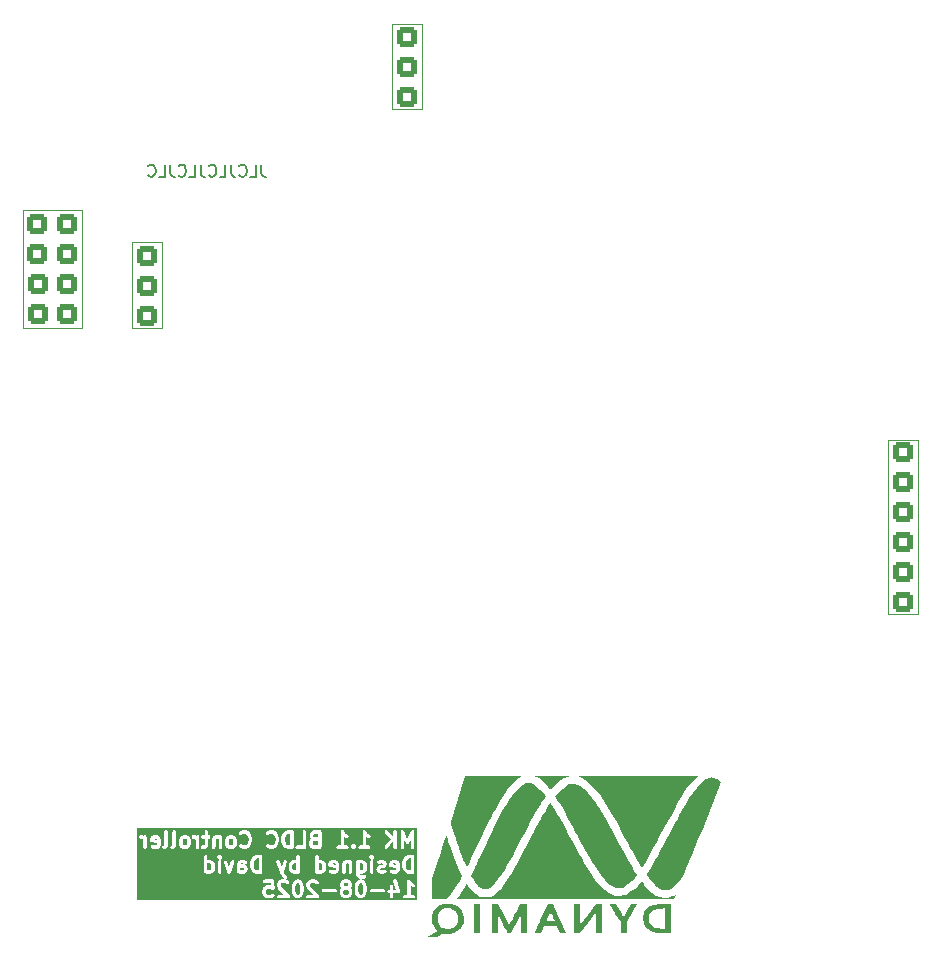
<source format=gbr>
%TF.GenerationSoftware,KiCad,Pcbnew,9.0.2-rc1*%
%TF.CreationDate,2025-08-19T16:09:16+10:00*%
%TF.ProjectId,BLDC_Version1_1_0,424c4443-5f56-4657-9273-696f6e315f31,rev?*%
%TF.SameCoordinates,Original*%
%TF.FileFunction,Legend,Bot*%
%TF.FilePolarity,Positive*%
%FSLAX46Y46*%
G04 Gerber Fmt 4.6, Leading zero omitted, Abs format (unit mm)*
G04 Created by KiCad (PCBNEW 9.0.2-rc1) date 2025-08-19 16:09:16*
%MOMM*%
%LPD*%
G01*
G04 APERTURE LIST*
G04 Aperture macros list*
%AMRoundRect*
0 Rectangle with rounded corners*
0 $1 Rounding radius*
0 $2 $3 $4 $5 $6 $7 $8 $9 X,Y pos of 4 corners*
0 Add a 4 corners polygon primitive as box body*
4,1,4,$2,$3,$4,$5,$6,$7,$8,$9,$2,$3,0*
0 Add four circle primitives for the rounded corners*
1,1,$1+$1,$2,$3*
1,1,$1+$1,$4,$5*
1,1,$1+$1,$6,$7*
1,1,$1+$1,$8,$9*
0 Add four rect primitives between the rounded corners*
20,1,$1+$1,$2,$3,$4,$5,0*
20,1,$1+$1,$4,$5,$6,$7,0*
20,1,$1+$1,$6,$7,$8,$9,0*
20,1,$1+$1,$8,$9,$2,$3,0*%
G04 Aperture macros list end*
%ADD10C,0.150000*%
%ADD11C,0.300000*%
%ADD12C,0.100000*%
%ADD13C,0.000000*%
%ADD14C,5.000000*%
%ADD15O,2.200000X1.200000*%
%ADD16C,4.300000*%
%ADD17C,2.800000*%
%ADD18RoundRect,0.255000X0.595000X0.595000X-0.595000X0.595000X-0.595000X-0.595000X0.595000X-0.595000X0*%
%ADD19C,0.750000*%
%ADD20O,2.000000X1.200000*%
%ADD21O,1.800000X1.200000*%
%ADD22RoundRect,0.255000X-0.595000X-0.595000X0.595000X-0.595000X0.595000X0.595000X-0.595000X0.595000X0*%
G04 APERTURE END LIST*
D10*
X132677506Y-72199819D02*
X132677506Y-72914104D01*
X132677506Y-72914104D02*
X132725125Y-73056961D01*
X132725125Y-73056961D02*
X132820363Y-73152200D01*
X132820363Y-73152200D02*
X132963220Y-73199819D01*
X132963220Y-73199819D02*
X133058458Y-73199819D01*
X131725125Y-73199819D02*
X132201315Y-73199819D01*
X132201315Y-73199819D02*
X132201315Y-72199819D01*
X130820363Y-73104580D02*
X130867982Y-73152200D01*
X130867982Y-73152200D02*
X131010839Y-73199819D01*
X131010839Y-73199819D02*
X131106077Y-73199819D01*
X131106077Y-73199819D02*
X131248934Y-73152200D01*
X131248934Y-73152200D02*
X131344172Y-73056961D01*
X131344172Y-73056961D02*
X131391791Y-72961723D01*
X131391791Y-72961723D02*
X131439410Y-72771247D01*
X131439410Y-72771247D02*
X131439410Y-72628390D01*
X131439410Y-72628390D02*
X131391791Y-72437914D01*
X131391791Y-72437914D02*
X131344172Y-72342676D01*
X131344172Y-72342676D02*
X131248934Y-72247438D01*
X131248934Y-72247438D02*
X131106077Y-72199819D01*
X131106077Y-72199819D02*
X131010839Y-72199819D01*
X131010839Y-72199819D02*
X130867982Y-72247438D01*
X130867982Y-72247438D02*
X130820363Y-72295057D01*
X130106077Y-72199819D02*
X130106077Y-72914104D01*
X130106077Y-72914104D02*
X130153696Y-73056961D01*
X130153696Y-73056961D02*
X130248934Y-73152200D01*
X130248934Y-73152200D02*
X130391791Y-73199819D01*
X130391791Y-73199819D02*
X130487029Y-73199819D01*
X129153696Y-73199819D02*
X129629886Y-73199819D01*
X129629886Y-73199819D02*
X129629886Y-72199819D01*
X128248934Y-73104580D02*
X128296553Y-73152200D01*
X128296553Y-73152200D02*
X128439410Y-73199819D01*
X128439410Y-73199819D02*
X128534648Y-73199819D01*
X128534648Y-73199819D02*
X128677505Y-73152200D01*
X128677505Y-73152200D02*
X128772743Y-73056961D01*
X128772743Y-73056961D02*
X128820362Y-72961723D01*
X128820362Y-72961723D02*
X128867981Y-72771247D01*
X128867981Y-72771247D02*
X128867981Y-72628390D01*
X128867981Y-72628390D02*
X128820362Y-72437914D01*
X128820362Y-72437914D02*
X128772743Y-72342676D01*
X128772743Y-72342676D02*
X128677505Y-72247438D01*
X128677505Y-72247438D02*
X128534648Y-72199819D01*
X128534648Y-72199819D02*
X128439410Y-72199819D01*
X128439410Y-72199819D02*
X128296553Y-72247438D01*
X128296553Y-72247438D02*
X128248934Y-72295057D01*
X127534648Y-72199819D02*
X127534648Y-72914104D01*
X127534648Y-72914104D02*
X127582267Y-73056961D01*
X127582267Y-73056961D02*
X127677505Y-73152200D01*
X127677505Y-73152200D02*
X127820362Y-73199819D01*
X127820362Y-73199819D02*
X127915600Y-73199819D01*
X126582267Y-73199819D02*
X127058457Y-73199819D01*
X127058457Y-73199819D02*
X127058457Y-72199819D01*
X125677505Y-73104580D02*
X125725124Y-73152200D01*
X125725124Y-73152200D02*
X125867981Y-73199819D01*
X125867981Y-73199819D02*
X125963219Y-73199819D01*
X125963219Y-73199819D02*
X126106076Y-73152200D01*
X126106076Y-73152200D02*
X126201314Y-73056961D01*
X126201314Y-73056961D02*
X126248933Y-72961723D01*
X126248933Y-72961723D02*
X126296552Y-72771247D01*
X126296552Y-72771247D02*
X126296552Y-72628390D01*
X126296552Y-72628390D02*
X126248933Y-72437914D01*
X126248933Y-72437914D02*
X126201314Y-72342676D01*
X126201314Y-72342676D02*
X126106076Y-72247438D01*
X126106076Y-72247438D02*
X125963219Y-72199819D01*
X125963219Y-72199819D02*
X125867981Y-72199819D01*
X125867981Y-72199819D02*
X125725124Y-72247438D01*
X125725124Y-72247438D02*
X125677505Y-72295057D01*
X124963219Y-72199819D02*
X124963219Y-72914104D01*
X124963219Y-72914104D02*
X125010838Y-73056961D01*
X125010838Y-73056961D02*
X125106076Y-73152200D01*
X125106076Y-73152200D02*
X125248933Y-73199819D01*
X125248933Y-73199819D02*
X125344171Y-73199819D01*
X124010838Y-73199819D02*
X124487028Y-73199819D01*
X124487028Y-73199819D02*
X124487028Y-72199819D01*
X123106076Y-73104580D02*
X123153695Y-73152200D01*
X123153695Y-73152200D02*
X123296552Y-73199819D01*
X123296552Y-73199819D02*
X123391790Y-73199819D01*
X123391790Y-73199819D02*
X123534647Y-73152200D01*
X123534647Y-73152200D02*
X123629885Y-73056961D01*
X123629885Y-73056961D02*
X123677504Y-72961723D01*
X123677504Y-72961723D02*
X123725123Y-72771247D01*
X123725123Y-72771247D02*
X123725123Y-72628390D01*
X123725123Y-72628390D02*
X123677504Y-72437914D01*
X123677504Y-72437914D02*
X123629885Y-72342676D01*
X123629885Y-72342676D02*
X123534647Y-72247438D01*
X123534647Y-72247438D02*
X123391790Y-72199819D01*
X123391790Y-72199819D02*
X123296552Y-72199819D01*
X123296552Y-72199819D02*
X123153695Y-72247438D01*
X123153695Y-72247438D02*
X123106076Y-72295057D01*
D11*
G36*
X135865920Y-133041738D02*
G01*
X135893402Y-133069220D01*
X135937058Y-133156532D01*
X135990489Y-133370257D01*
X135990489Y-133642854D01*
X135937057Y-133856581D01*
X135893402Y-133943893D01*
X135865921Y-133971373D01*
X135795556Y-134006556D01*
X135742565Y-134006556D01*
X135672201Y-133971374D01*
X135644720Y-133943893D01*
X135601063Y-133856580D01*
X135547632Y-133642853D01*
X135547632Y-133370258D01*
X135601063Y-133156531D01*
X135644719Y-133069220D01*
X135672201Y-133041739D01*
X135742567Y-133006556D01*
X135795556Y-133006556D01*
X135865920Y-133041738D01*
G37*
G36*
X140013540Y-133598882D02*
G01*
X140041021Y-133626363D01*
X140076203Y-133696727D01*
X140076203Y-133873526D01*
X140041019Y-133943894D01*
X140013539Y-133971374D01*
X139943174Y-134006556D01*
X139766374Y-134006556D01*
X139696010Y-133971374D01*
X139668529Y-133943893D01*
X139633346Y-133873527D01*
X139633346Y-133696728D01*
X139668528Y-133626363D01*
X139696010Y-133598882D01*
X139766376Y-133563699D01*
X139943174Y-133563699D01*
X140013540Y-133598882D01*
G37*
G36*
X140013540Y-133041739D02*
G01*
X140041021Y-133069220D01*
X140073974Y-133135126D01*
X140041019Y-133201036D01*
X140013540Y-133228515D01*
X139943174Y-133263699D01*
X139766376Y-133263699D01*
X139696009Y-133228515D01*
X139668528Y-133201035D01*
X139635574Y-133135127D01*
X139668528Y-133069220D01*
X139696010Y-133041739D01*
X139766376Y-133006556D01*
X139943174Y-133006556D01*
X140013540Y-133041739D01*
G37*
G36*
X141189729Y-133041738D02*
G01*
X141217211Y-133069220D01*
X141260867Y-133156532D01*
X141314298Y-133370257D01*
X141314298Y-133642854D01*
X141260866Y-133856581D01*
X141217211Y-133943893D01*
X141189730Y-133971373D01*
X141119365Y-134006556D01*
X141066374Y-134006556D01*
X140996010Y-133971374D01*
X140968529Y-133943893D01*
X140924872Y-133856580D01*
X140871441Y-133642853D01*
X140871441Y-133370258D01*
X140924872Y-133156531D01*
X140968528Y-133069220D01*
X140996010Y-133041739D01*
X141066376Y-133006556D01*
X141119365Y-133006556D01*
X141189729Y-133041738D01*
G37*
G36*
X141251633Y-131382144D02*
G01*
X141279113Y-131409624D01*
X141314297Y-131479992D01*
X141314297Y-131780599D01*
X141279113Y-131850967D01*
X141251633Y-131878447D01*
X141181268Y-131913629D01*
X141004468Y-131913629D01*
X140995250Y-131909020D01*
X140995250Y-131351572D01*
X141004468Y-131346963D01*
X141181268Y-131346963D01*
X141251633Y-131382144D01*
G37*
G36*
X128375445Y-131382144D02*
G01*
X128402925Y-131409624D01*
X128438109Y-131479992D01*
X128438109Y-131780599D01*
X128402925Y-131850967D01*
X128375445Y-131878447D01*
X128305080Y-131913629D01*
X128128280Y-131913629D01*
X128119062Y-131909020D01*
X128119062Y-131351572D01*
X128128280Y-131346963D01*
X128305080Y-131346963D01*
X128375445Y-131382144D01*
G37*
G36*
X131200115Y-131742099D02*
G01*
X131223823Y-131789514D01*
X131223823Y-131842504D01*
X131200114Y-131889921D01*
X131152699Y-131913629D01*
X130913994Y-131913629D01*
X130904776Y-131909020D01*
X130904776Y-131718391D01*
X131152699Y-131718391D01*
X131200115Y-131742099D01*
G37*
G36*
X132461919Y-131913629D02*
G01*
X132326738Y-131913629D01*
X132197707Y-131870619D01*
X132116149Y-131789061D01*
X132072494Y-131701752D01*
X132019062Y-131488021D01*
X132019062Y-131339236D01*
X132072494Y-131125505D01*
X132116148Y-131038198D01*
X132197709Y-130956638D01*
X132326736Y-130913629D01*
X132461919Y-130913629D01*
X132461919Y-131913629D01*
G37*
G36*
X135619061Y-131351572D02*
G01*
X135619061Y-131909019D01*
X135609841Y-131913629D01*
X135433041Y-131913629D01*
X135362677Y-131878447D01*
X135335196Y-131850966D01*
X135300013Y-131780600D01*
X135300013Y-131479992D01*
X135335196Y-131409626D01*
X135362677Y-131382145D01*
X135433041Y-131346963D01*
X135609841Y-131346963D01*
X135619061Y-131351572D01*
G37*
G36*
X137784967Y-131382144D02*
G01*
X137812447Y-131409624D01*
X137847631Y-131479992D01*
X137847631Y-131780599D01*
X137812447Y-131850967D01*
X137784967Y-131878447D01*
X137714602Y-131913629D01*
X137537802Y-131913629D01*
X137528584Y-131909020D01*
X137528584Y-131351572D01*
X137537802Y-131346963D01*
X137714602Y-131346963D01*
X137784967Y-131382144D01*
G37*
G36*
X138938208Y-131370670D02*
G01*
X138961917Y-131418087D01*
X138961917Y-131447325D01*
X138658584Y-131386658D01*
X138666578Y-131370670D01*
X138713993Y-131346963D01*
X138890793Y-131346963D01*
X138938208Y-131370670D01*
G37*
G36*
X144076303Y-131370670D02*
G01*
X144100012Y-131418087D01*
X144100012Y-131447325D01*
X143796679Y-131386658D01*
X143804673Y-131370670D01*
X143852088Y-131346963D01*
X144028888Y-131346963D01*
X144076303Y-131370670D01*
G37*
G36*
X145338108Y-131913629D02*
G01*
X145202927Y-131913629D01*
X145073896Y-131870619D01*
X144992338Y-131789061D01*
X144948683Y-131701752D01*
X144895251Y-131488021D01*
X144895251Y-131339236D01*
X144948683Y-131125505D01*
X144992337Y-131038198D01*
X145073898Y-130956638D01*
X145202925Y-130913629D01*
X145338108Y-130913629D01*
X145338108Y-131913629D01*
G37*
G36*
X123833449Y-129277743D02*
G01*
X123857158Y-129325160D01*
X123857158Y-129354398D01*
X123553825Y-129293731D01*
X123561819Y-129277743D01*
X123609234Y-129254036D01*
X123786034Y-129254036D01*
X123833449Y-129277743D01*
G37*
G36*
X126332588Y-129289217D02*
G01*
X126360068Y-129316697D01*
X126395252Y-129387065D01*
X126395252Y-129687672D01*
X126360068Y-129758040D01*
X126332588Y-129785520D01*
X126262223Y-129820702D01*
X126147328Y-129820702D01*
X126076964Y-129785520D01*
X126049483Y-129758039D01*
X126014300Y-129687673D01*
X126014300Y-129387065D01*
X126049483Y-129316699D01*
X126076964Y-129289218D01*
X126147328Y-129254036D01*
X126262223Y-129254036D01*
X126332588Y-129289217D01*
G37*
G36*
X130232587Y-129289217D02*
G01*
X130260067Y-129316697D01*
X130295251Y-129387065D01*
X130295251Y-129687672D01*
X130260067Y-129758040D01*
X130232587Y-129785520D01*
X130162222Y-129820702D01*
X130047327Y-129820702D01*
X129976963Y-129785520D01*
X129949482Y-129758039D01*
X129914299Y-129687673D01*
X129914299Y-129387065D01*
X129949482Y-129316699D01*
X129976963Y-129289218D01*
X130047327Y-129254036D01*
X130162222Y-129254036D01*
X130232587Y-129289217D01*
G37*
G36*
X135123823Y-129820702D02*
G01*
X134988642Y-129820702D01*
X134859611Y-129777692D01*
X134778053Y-129696134D01*
X134734398Y-129608825D01*
X134680966Y-129395094D01*
X134680966Y-129246309D01*
X134734398Y-129032578D01*
X134778052Y-128945271D01*
X134859613Y-128863711D01*
X134988640Y-128820702D01*
X135123823Y-128820702D01*
X135123823Y-129820702D01*
G37*
G36*
X137476204Y-129820702D02*
G01*
X137166376Y-129820702D01*
X137096008Y-129785518D01*
X137068528Y-129758038D01*
X137033347Y-129687673D01*
X137033347Y-129572778D01*
X137068528Y-129502413D01*
X137088183Y-129482759D01*
X137217211Y-129439750D01*
X137476204Y-129439750D01*
X137476204Y-129820702D01*
G37*
G36*
X137476204Y-129139750D02*
G01*
X137228281Y-129139750D01*
X137157915Y-129104567D01*
X137130433Y-129077085D01*
X137095251Y-129006720D01*
X137095251Y-128953731D01*
X137130433Y-128883366D01*
X137157915Y-128855885D01*
X137228281Y-128820702D01*
X137476204Y-128820702D01*
X137476204Y-129139750D01*
G37*
G36*
X145848834Y-134456556D02*
G01*
X122162421Y-134456556D01*
X122162421Y-133599413D01*
X132771442Y-133599413D01*
X132771442Y-133908937D01*
X132774324Y-133938201D01*
X132776385Y-133943178D01*
X132776768Y-133948556D01*
X132787278Y-133976019D01*
X132849183Y-134099829D01*
X132857110Y-134112422D01*
X132858626Y-134116082D01*
X132862007Y-134120201D01*
X132864848Y-134124715D01*
X132867842Y-134127311D01*
X132877281Y-134138813D01*
X132939186Y-134200718D01*
X132950690Y-134210159D01*
X132953285Y-134213151D01*
X132957794Y-134215989D01*
X132961917Y-134219373D01*
X132965578Y-134220889D01*
X132978170Y-134228816D01*
X133101979Y-134290720D01*
X133129442Y-134301230D01*
X133134819Y-134301612D01*
X133139797Y-134303674D01*
X133169061Y-134306556D01*
X133478585Y-134306556D01*
X133507849Y-134303674D01*
X133512827Y-134301611D01*
X133518203Y-134301230D01*
X133545666Y-134290721D01*
X133669476Y-134228817D01*
X133682074Y-134220886D01*
X133685731Y-134219372D01*
X133689847Y-134215994D01*
X133694362Y-134213152D01*
X133696959Y-134210156D01*
X133708462Y-134200717D01*
X133770366Y-134138812D01*
X133789020Y-134116081D01*
X133811417Y-134062009D01*
X133811416Y-134003483D01*
X133789019Y-133949411D01*
X133747633Y-133908026D01*
X133693561Y-133885629D01*
X133635035Y-133885630D01*
X133580963Y-133908027D01*
X133558232Y-133926682D01*
X133513540Y-133971374D01*
X133443175Y-134006556D01*
X133204470Y-134006556D01*
X133134106Y-133971374D01*
X133106625Y-133943893D01*
X133071442Y-133873527D01*
X133071442Y-133634823D01*
X133106624Y-133564458D01*
X133134106Y-133536977D01*
X133204472Y-133501794D01*
X133443175Y-133501794D01*
X133513540Y-133536976D01*
X133558232Y-133581669D01*
X133580963Y-133600324D01*
X133587940Y-133603214D01*
X133593786Y-133607997D01*
X133614779Y-133614331D01*
X133635035Y-133622721D01*
X133642587Y-133622721D01*
X133649819Y-133624903D01*
X133671635Y-133622721D01*
X133693561Y-133622722D01*
X133700539Y-133619831D01*
X133708056Y-133619080D01*
X133727375Y-133608715D01*
X133747633Y-133600325D01*
X133752975Y-133594982D01*
X133759631Y-133591412D01*
X133773511Y-133574446D01*
X133789019Y-133558940D01*
X133791909Y-133551960D01*
X133796692Y-133546116D01*
X133803026Y-133525121D01*
X133811416Y-133504868D01*
X133811416Y-133497318D01*
X133813599Y-133490084D01*
X133813555Y-133460678D01*
X133777905Y-133104175D01*
X134009537Y-133104175D01*
X134009537Y-133227985D01*
X134010995Y-133242796D01*
X134010715Y-133246746D01*
X134011896Y-133251940D01*
X134012419Y-133257249D01*
X134013936Y-133260911D01*
X134017235Y-133275419D01*
X134079140Y-133461134D01*
X134091128Y-133487984D01*
X134094658Y-133492054D01*
X134096721Y-133497034D01*
X134115376Y-133519765D01*
X134602167Y-134006556D01*
X134159537Y-134006556D01*
X134130273Y-134009438D01*
X134076201Y-134031836D01*
X134034817Y-134073220D01*
X134012419Y-134127292D01*
X134012419Y-134185820D01*
X134034817Y-134239892D01*
X134076201Y-134281276D01*
X134130273Y-134303674D01*
X134159537Y-134306556D01*
X134964299Y-134306556D01*
X134993563Y-134303674D01*
X135034130Y-134286870D01*
X135047634Y-134281277D01*
X135089020Y-134239891D01*
X135100095Y-134213152D01*
X135111417Y-134185820D01*
X135111417Y-134127292D01*
X135092769Y-134082272D01*
X135089020Y-134073220D01*
X135070365Y-134050490D01*
X134371669Y-133351794D01*
X135247632Y-133351794D01*
X135247632Y-133661318D01*
X135248134Y-133666421D01*
X135247809Y-133668609D01*
X135249428Y-133679559D01*
X135250514Y-133690582D01*
X135251361Y-133692626D01*
X135252111Y-133697698D01*
X135314016Y-133945318D01*
X135314786Y-133947473D01*
X135314863Y-133948556D01*
X135319525Y-133960738D01*
X135323909Y-133973009D01*
X135324554Y-133973880D01*
X135325373Y-133976019D01*
X135387278Y-134099829D01*
X135395205Y-134112422D01*
X135396721Y-134116082D01*
X135400102Y-134120201D01*
X135402943Y-134124715D01*
X135405937Y-134127311D01*
X135415376Y-134138813D01*
X135477281Y-134200718D01*
X135488785Y-134210159D01*
X135491380Y-134213151D01*
X135495889Y-134215989D01*
X135500012Y-134219373D01*
X135503673Y-134220889D01*
X135516265Y-134228816D01*
X135640074Y-134290720D01*
X135667537Y-134301230D01*
X135672914Y-134301612D01*
X135677892Y-134303674D01*
X135707156Y-134306556D01*
X135830966Y-134306556D01*
X135860230Y-134303674D01*
X135865208Y-134301611D01*
X135870584Y-134301230D01*
X135898048Y-134290720D01*
X136021856Y-134228816D01*
X136034449Y-134220889D01*
X136038110Y-134219373D01*
X136042228Y-134215992D01*
X136046742Y-134213152D01*
X136049339Y-134210157D01*
X136060841Y-134200718D01*
X136122746Y-134138813D01*
X136132185Y-134127311D01*
X136135179Y-134124715D01*
X136138019Y-134120201D01*
X136141401Y-134116082D01*
X136142916Y-134112422D01*
X136150844Y-134099829D01*
X136212749Y-133976019D01*
X136213568Y-133973878D01*
X136214213Y-133973008D01*
X136218594Y-133960743D01*
X136223259Y-133948555D01*
X136223335Y-133947472D01*
X136224106Y-133945317D01*
X136286011Y-133697698D01*
X136286761Y-133692623D01*
X136287607Y-133690582D01*
X136288691Y-133679565D01*
X136290312Y-133668608D01*
X136289986Y-133666420D01*
X136290489Y-133661318D01*
X136290489Y-133351794D01*
X136289986Y-133346691D01*
X136290312Y-133344504D01*
X136288691Y-133333546D01*
X136287607Y-133322530D01*
X136286761Y-133320488D01*
X136286011Y-133315414D01*
X136233201Y-133104175D01*
X136485727Y-133104175D01*
X136485727Y-133227985D01*
X136487185Y-133242796D01*
X136486905Y-133246746D01*
X136488086Y-133251940D01*
X136488609Y-133257249D01*
X136490126Y-133260911D01*
X136493425Y-133275419D01*
X136555330Y-133461134D01*
X136567318Y-133487984D01*
X136570848Y-133492054D01*
X136572911Y-133497034D01*
X136591566Y-133519765D01*
X137078357Y-134006556D01*
X136635727Y-134006556D01*
X136606463Y-134009438D01*
X136552391Y-134031836D01*
X136511007Y-134073220D01*
X136488609Y-134127292D01*
X136488609Y-134185820D01*
X136511007Y-134239892D01*
X136552391Y-134281276D01*
X136606463Y-134303674D01*
X136635727Y-134306556D01*
X137440489Y-134306556D01*
X137469753Y-134303674D01*
X137510320Y-134286870D01*
X137523824Y-134281277D01*
X137565210Y-134239891D01*
X137576285Y-134213152D01*
X137587607Y-134185820D01*
X137587607Y-134127292D01*
X137568959Y-134082272D01*
X137565210Y-134073220D01*
X137546555Y-134050490D01*
X137128119Y-133632054D01*
X137788610Y-133632054D01*
X137788610Y-133690582D01*
X137811008Y-133744654D01*
X137852392Y-133786038D01*
X137906464Y-133808436D01*
X137935728Y-133811318D01*
X138926204Y-133811318D01*
X138955468Y-133808436D01*
X139009540Y-133786038D01*
X139050924Y-133744654D01*
X139073322Y-133690582D01*
X139073322Y-133632054D01*
X139050924Y-133577982D01*
X139009540Y-133536598D01*
X138955468Y-133514200D01*
X138926204Y-133511318D01*
X137935728Y-133511318D01*
X137906464Y-133514200D01*
X137852392Y-133536598D01*
X137811008Y-133577982D01*
X137788610Y-133632054D01*
X137128119Y-133632054D01*
X136828735Y-133332670D01*
X136785727Y-133203644D01*
X136785727Y-133139585D01*
X136820909Y-133069220D01*
X136848391Y-133041739D01*
X136918757Y-133006556D01*
X137157460Y-133006556D01*
X137227825Y-133041738D01*
X137272517Y-133086431D01*
X137295248Y-133105086D01*
X137349320Y-133127483D01*
X137407846Y-133127484D01*
X137461918Y-133105087D01*
X137462830Y-133104175D01*
X139333346Y-133104175D01*
X139333346Y-133166080D01*
X139336228Y-133195344D01*
X139338289Y-133200321D01*
X139338672Y-133205699D01*
X139349182Y-133233162D01*
X139411087Y-133356972D01*
X139419015Y-133369567D01*
X139420531Y-133373226D01*
X139423910Y-133377343D01*
X139426752Y-133381858D01*
X139429746Y-133384455D01*
X139439186Y-133395957D01*
X139456928Y-133413699D01*
X139439185Y-133431443D01*
X139429745Y-133442944D01*
X139426752Y-133445541D01*
X139423910Y-133450054D01*
X139420530Y-133454174D01*
X139419014Y-133457832D01*
X139411087Y-133470426D01*
X139349182Y-133594236D01*
X139338673Y-133621699D01*
X139338291Y-133627073D01*
X139336228Y-133632054D01*
X139333346Y-133661318D01*
X139333346Y-133908937D01*
X139336228Y-133938201D01*
X139338289Y-133943178D01*
X139338672Y-133948556D01*
X139349182Y-133976019D01*
X139411087Y-134099829D01*
X139419014Y-134112422D01*
X139420530Y-134116082D01*
X139423911Y-134120201D01*
X139426752Y-134124715D01*
X139429746Y-134127311D01*
X139439185Y-134138813D01*
X139501090Y-134200718D01*
X139512594Y-134210159D01*
X139515189Y-134213151D01*
X139519698Y-134215989D01*
X139523821Y-134219373D01*
X139527482Y-134220889D01*
X139540074Y-134228816D01*
X139663883Y-134290720D01*
X139691346Y-134301230D01*
X139696723Y-134301612D01*
X139701701Y-134303674D01*
X139730965Y-134306556D01*
X139978584Y-134306556D01*
X140007848Y-134303674D01*
X140012826Y-134301611D01*
X140018202Y-134301230D01*
X140045665Y-134290721D01*
X140169475Y-134228817D01*
X140182071Y-134220888D01*
X140185729Y-134219373D01*
X140189846Y-134215993D01*
X140194361Y-134213152D01*
X140196958Y-134210157D01*
X140208460Y-134200718D01*
X140270365Y-134138813D01*
X140279804Y-134127311D01*
X140282799Y-134124714D01*
X140285640Y-134120199D01*
X140289020Y-134116082D01*
X140290535Y-134112424D01*
X140298464Y-134099828D01*
X140360367Y-133976018D01*
X140370877Y-133948555D01*
X140371258Y-133943179D01*
X140373321Y-133938201D01*
X140376203Y-133908937D01*
X140376203Y-133661318D01*
X140373321Y-133632054D01*
X140371259Y-133627076D01*
X140370877Y-133621699D01*
X140360367Y-133594236D01*
X140298463Y-133470427D01*
X140290536Y-133457835D01*
X140289020Y-133454174D01*
X140285636Y-133450051D01*
X140282798Y-133445542D01*
X140279806Y-133442947D01*
X140270365Y-133431443D01*
X140252621Y-133413699D01*
X140270364Y-133395957D01*
X140279803Y-133384454D01*
X140282799Y-133381857D01*
X140285641Y-133377342D01*
X140289019Y-133373226D01*
X140290533Y-133369569D01*
X140298464Y-133356971D01*
X140301052Y-133351794D01*
X140571441Y-133351794D01*
X140571441Y-133661318D01*
X140571943Y-133666421D01*
X140571618Y-133668609D01*
X140573237Y-133679559D01*
X140574323Y-133690582D01*
X140575170Y-133692626D01*
X140575920Y-133697698D01*
X140637825Y-133945318D01*
X140638595Y-133947473D01*
X140638672Y-133948556D01*
X140643334Y-133960738D01*
X140647718Y-133973009D01*
X140648363Y-133973880D01*
X140649182Y-133976019D01*
X140711087Y-134099829D01*
X140719014Y-134112422D01*
X140720530Y-134116082D01*
X140723911Y-134120201D01*
X140726752Y-134124715D01*
X140729746Y-134127311D01*
X140739185Y-134138813D01*
X140801090Y-134200718D01*
X140812594Y-134210159D01*
X140815189Y-134213151D01*
X140819698Y-134215989D01*
X140823821Y-134219373D01*
X140827482Y-134220889D01*
X140840074Y-134228816D01*
X140963883Y-134290720D01*
X140991346Y-134301230D01*
X140996723Y-134301612D01*
X141001701Y-134303674D01*
X141030965Y-134306556D01*
X141154775Y-134306556D01*
X141184039Y-134303674D01*
X141189017Y-134301611D01*
X141194393Y-134301230D01*
X141221857Y-134290720D01*
X141345665Y-134228816D01*
X141358258Y-134220889D01*
X141361919Y-134219373D01*
X141366037Y-134215992D01*
X141370551Y-134213152D01*
X141373148Y-134210157D01*
X141384650Y-134200718D01*
X141446555Y-134138813D01*
X141455994Y-134127311D01*
X141458988Y-134124715D01*
X141461828Y-134120201D01*
X141465210Y-134116082D01*
X141466725Y-134112422D01*
X141474653Y-134099829D01*
X141536558Y-133976019D01*
X141537377Y-133973878D01*
X141538022Y-133973008D01*
X141542403Y-133960743D01*
X141547068Y-133948555D01*
X141547144Y-133947472D01*
X141547915Y-133945317D01*
X141609820Y-133697698D01*
X141610570Y-133692623D01*
X141611416Y-133690582D01*
X141612500Y-133679565D01*
X141614121Y-133668608D01*
X141613795Y-133666420D01*
X141614298Y-133661318D01*
X141614298Y-133632054D01*
X141874324Y-133632054D01*
X141874324Y-133690582D01*
X141896722Y-133744654D01*
X141938106Y-133786038D01*
X141992178Y-133808436D01*
X142021442Y-133811318D01*
X143011918Y-133811318D01*
X143041182Y-133808436D01*
X143095254Y-133786038D01*
X143136638Y-133744654D01*
X143157637Y-133693959D01*
X143360038Y-133693959D01*
X143360038Y-133752487D01*
X143382436Y-133806559D01*
X143423820Y-133847943D01*
X143477892Y-133870341D01*
X143507156Y-133873223D01*
X143542870Y-133873223D01*
X143542870Y-134156556D01*
X143545752Y-134185820D01*
X143568150Y-134239892D01*
X143609534Y-134281276D01*
X143663606Y-134303674D01*
X143722134Y-134303674D01*
X143776206Y-134281276D01*
X143817590Y-134239892D01*
X143839988Y-134185820D01*
X143842870Y-134156556D01*
X143842870Y-134127292D01*
X144660037Y-134127292D01*
X144660037Y-134185820D01*
X144682435Y-134239892D01*
X144723819Y-134281276D01*
X144777891Y-134303674D01*
X144807155Y-134306556D01*
X145550012Y-134306556D01*
X145579276Y-134303674D01*
X145633348Y-134281276D01*
X145674732Y-134239892D01*
X145697130Y-134185820D01*
X145697130Y-134127292D01*
X145674732Y-134073220D01*
X145633348Y-134031836D01*
X145579276Y-134009438D01*
X145550012Y-134006556D01*
X145328584Y-134006556D01*
X145328584Y-133279078D01*
X145331638Y-133281584D01*
X145334235Y-133284579D01*
X145338748Y-133287419D01*
X145342868Y-133290801D01*
X145346527Y-133292316D01*
X145359121Y-133300244D01*
X145482930Y-133362149D01*
X145510393Y-133372659D01*
X145568773Y-133376807D01*
X145624296Y-133358300D01*
X145668511Y-133319953D01*
X145694686Y-133267604D01*
X145698834Y-133209224D01*
X145680327Y-133153702D01*
X145641980Y-133109486D01*
X145617095Y-133093821D01*
X145515056Y-133042801D01*
X145418963Y-132946708D01*
X145303392Y-132773351D01*
X145303323Y-132773267D01*
X145303304Y-132773220D01*
X145303197Y-132773113D01*
X145284761Y-132750601D01*
X145272421Y-132742337D01*
X145261920Y-132731836D01*
X145248342Y-132726211D01*
X145236131Y-132718034D01*
X145221568Y-132715121D01*
X145207848Y-132709438D01*
X145193152Y-132709438D01*
X145178742Y-132706556D01*
X145164172Y-132709438D01*
X145149320Y-132709438D01*
X145135745Y-132715060D01*
X145121327Y-132717913D01*
X145108966Y-132726153D01*
X145095248Y-132731836D01*
X145084857Y-132742226D01*
X145072629Y-132750379D01*
X145064365Y-132762718D01*
X145053864Y-132773220D01*
X145048239Y-132786797D01*
X145040062Y-132799009D01*
X145037149Y-132813571D01*
X145031466Y-132827292D01*
X145028614Y-132856244D01*
X145028584Y-132856398D01*
X145028594Y-132856450D01*
X145028584Y-132856556D01*
X145028584Y-134006556D01*
X144807155Y-134006556D01*
X144777891Y-134009438D01*
X144723819Y-134031836D01*
X144682435Y-134073220D01*
X144660037Y-134127292D01*
X143842870Y-134127292D01*
X143842870Y-133873223D01*
X144311917Y-133873223D01*
X144326723Y-133871764D01*
X144330678Y-133872046D01*
X144333533Y-133871094D01*
X144341181Y-133870341D01*
X144363383Y-133861144D01*
X144386202Y-133853538D01*
X144390275Y-133850004D01*
X144395253Y-133847943D01*
X144412251Y-133830944D01*
X144430416Y-133815190D01*
X144432826Y-133810369D01*
X144436637Y-133806559D01*
X144445837Y-133784347D01*
X144456590Y-133762843D01*
X144456972Y-133757466D01*
X144459035Y-133752487D01*
X144459035Y-133728448D01*
X144460740Y-133704463D01*
X144459035Y-133696964D01*
X144459035Y-133693959D01*
X144457519Y-133690301D01*
X144454220Y-133675789D01*
X144144697Y-132747218D01*
X144132708Y-132720367D01*
X144094361Y-132676153D01*
X144042014Y-132649979D01*
X143983634Y-132645830D01*
X143928109Y-132664338D01*
X143883895Y-132702685D01*
X143857721Y-132755032D01*
X143853572Y-132813412D01*
X143860091Y-132842086D01*
X144103804Y-133573223D01*
X143842870Y-133573223D01*
X143842870Y-133289890D01*
X143839988Y-133260626D01*
X143817590Y-133206554D01*
X143776206Y-133165170D01*
X143722134Y-133142772D01*
X143663606Y-133142772D01*
X143609534Y-133165170D01*
X143568150Y-133206554D01*
X143545752Y-133260626D01*
X143542870Y-133289890D01*
X143542870Y-133573223D01*
X143507156Y-133573223D01*
X143477892Y-133576105D01*
X143423820Y-133598503D01*
X143382436Y-133639887D01*
X143360038Y-133693959D01*
X143157637Y-133693959D01*
X143159036Y-133690582D01*
X143159036Y-133632054D01*
X143136638Y-133577982D01*
X143095254Y-133536598D01*
X143041182Y-133514200D01*
X143011918Y-133511318D01*
X142021442Y-133511318D01*
X141992178Y-133514200D01*
X141938106Y-133536598D01*
X141896722Y-133577982D01*
X141874324Y-133632054D01*
X141614298Y-133632054D01*
X141614298Y-133351794D01*
X141613795Y-133346691D01*
X141614121Y-133344504D01*
X141612500Y-133333546D01*
X141611416Y-133322530D01*
X141610570Y-133320488D01*
X141609820Y-133315414D01*
X141547915Y-133067795D01*
X141547145Y-133065639D01*
X141547068Y-133064556D01*
X141542400Y-133052359D01*
X141538022Y-133040104D01*
X141537377Y-133039233D01*
X141536558Y-133037093D01*
X141474653Y-132913284D01*
X141466725Y-132900690D01*
X141465210Y-132897031D01*
X141461828Y-132892911D01*
X141458988Y-132888398D01*
X141455993Y-132885801D01*
X141446555Y-132874300D01*
X141384650Y-132812395D01*
X141373148Y-132802955D01*
X141370552Y-132799962D01*
X141366038Y-132797120D01*
X141361919Y-132793740D01*
X141358260Y-132792224D01*
X141345667Y-132784297D01*
X141221857Y-132722392D01*
X141194394Y-132711883D01*
X141189019Y-132711501D01*
X141184039Y-132709438D01*
X141154775Y-132706556D01*
X141030965Y-132706556D01*
X141001701Y-132709438D01*
X140996723Y-132711499D01*
X140991346Y-132711882D01*
X140963883Y-132722392D01*
X140840074Y-132784297D01*
X140827480Y-132792224D01*
X140823821Y-132793740D01*
X140819701Y-132797121D01*
X140815188Y-132799962D01*
X140812591Y-132802956D01*
X140801090Y-132812395D01*
X140739185Y-132874300D01*
X140729745Y-132885801D01*
X140726752Y-132888398D01*
X140723910Y-132892911D01*
X140720530Y-132897031D01*
X140719014Y-132900689D01*
X140711087Y-132913283D01*
X140649182Y-133037093D01*
X140648363Y-133039231D01*
X140647718Y-133040103D01*
X140643326Y-133052395D01*
X140638673Y-133064556D01*
X140638596Y-133065635D01*
X140637825Y-133067794D01*
X140575920Y-133315414D01*
X140575170Y-133320485D01*
X140574323Y-133322530D01*
X140573237Y-133333552D01*
X140571618Y-133344503D01*
X140571943Y-133346690D01*
X140571441Y-133351794D01*
X140301052Y-133351794D01*
X140360367Y-133233161D01*
X140370877Y-133205698D01*
X140371258Y-133200322D01*
X140373321Y-133195344D01*
X140376203Y-133166080D01*
X140376203Y-133104175D01*
X140373321Y-133074911D01*
X140371259Y-133069933D01*
X140370877Y-133064556D01*
X140360367Y-133037093D01*
X140298463Y-132913284D01*
X140290536Y-132900692D01*
X140289020Y-132897031D01*
X140285636Y-132892908D01*
X140282798Y-132888399D01*
X140279806Y-132885804D01*
X140270365Y-132874300D01*
X140208460Y-132812395D01*
X140196958Y-132802956D01*
X140194362Y-132799962D01*
X140189848Y-132797121D01*
X140185729Y-132793740D01*
X140182069Y-132792224D01*
X140169476Y-132784297D01*
X140045666Y-132722392D01*
X140018203Y-132711882D01*
X140012825Y-132711499D01*
X140007848Y-132709438D01*
X139978584Y-132706556D01*
X139730965Y-132706556D01*
X139701701Y-132709438D01*
X139696723Y-132711499D01*
X139691346Y-132711882D01*
X139663883Y-132722392D01*
X139540074Y-132784297D01*
X139527480Y-132792224D01*
X139523821Y-132793740D01*
X139519701Y-132797121D01*
X139515188Y-132799962D01*
X139512591Y-132802956D01*
X139501090Y-132812395D01*
X139439185Y-132874300D01*
X139429745Y-132885801D01*
X139426752Y-132888398D01*
X139423910Y-132892911D01*
X139420530Y-132897031D01*
X139419014Y-132900689D01*
X139411087Y-132913283D01*
X139349182Y-133037093D01*
X139338673Y-133064556D01*
X139338291Y-133069930D01*
X139336228Y-133074911D01*
X139333346Y-133104175D01*
X137462830Y-133104175D01*
X137503304Y-133063702D01*
X137525701Y-133009630D01*
X137525702Y-132951104D01*
X137503305Y-132897032D01*
X137484651Y-132874301D01*
X137422747Y-132812396D01*
X137411245Y-132802956D01*
X137408648Y-132799962D01*
X137404133Y-132797120D01*
X137400016Y-132793741D01*
X137396357Y-132792225D01*
X137383762Y-132784297D01*
X137259952Y-132722392D01*
X137232489Y-132711882D01*
X137227111Y-132711499D01*
X137222134Y-132709438D01*
X137192870Y-132706556D01*
X136883346Y-132706556D01*
X136854082Y-132709438D01*
X136849104Y-132711499D01*
X136843727Y-132711882D01*
X136816264Y-132722392D01*
X136692455Y-132784297D01*
X136679861Y-132792224D01*
X136676202Y-132793740D01*
X136672082Y-132797121D01*
X136667569Y-132799962D01*
X136664972Y-132802956D01*
X136653471Y-132812395D01*
X136591566Y-132874300D01*
X136582126Y-132885801D01*
X136579133Y-132888398D01*
X136576291Y-132892911D01*
X136572911Y-132897031D01*
X136571395Y-132900689D01*
X136563468Y-132913283D01*
X136501563Y-133037093D01*
X136491054Y-133064556D01*
X136490672Y-133069930D01*
X136488609Y-133074911D01*
X136485727Y-133104175D01*
X136233201Y-133104175D01*
X136224106Y-133067795D01*
X136223336Y-133065639D01*
X136223259Y-133064556D01*
X136218591Y-133052359D01*
X136214213Y-133040104D01*
X136213568Y-133039233D01*
X136212749Y-133037093D01*
X136150844Y-132913284D01*
X136142916Y-132900690D01*
X136141401Y-132897031D01*
X136138019Y-132892911D01*
X136135179Y-132888398D01*
X136132184Y-132885801D01*
X136122746Y-132874300D01*
X136060841Y-132812395D01*
X136049339Y-132802955D01*
X136046743Y-132799962D01*
X136042229Y-132797120D01*
X136038110Y-132793740D01*
X136034451Y-132792224D01*
X136021858Y-132784297D01*
X135898048Y-132722392D01*
X135870585Y-132711883D01*
X135865210Y-132711501D01*
X135860230Y-132709438D01*
X135830966Y-132706556D01*
X135707156Y-132706556D01*
X135677892Y-132709438D01*
X135672914Y-132711499D01*
X135667537Y-132711882D01*
X135640074Y-132722392D01*
X135516265Y-132784297D01*
X135503671Y-132792224D01*
X135500012Y-132793740D01*
X135495892Y-132797121D01*
X135491379Y-132799962D01*
X135488782Y-132802956D01*
X135477281Y-132812395D01*
X135415376Y-132874300D01*
X135405936Y-132885801D01*
X135402943Y-132888398D01*
X135400101Y-132892911D01*
X135396721Y-132897031D01*
X135395205Y-132900689D01*
X135387278Y-132913283D01*
X135325373Y-133037093D01*
X135324554Y-133039231D01*
X135323909Y-133040103D01*
X135319517Y-133052395D01*
X135314864Y-133064556D01*
X135314787Y-133065635D01*
X135314016Y-133067794D01*
X135252111Y-133315414D01*
X135251361Y-133320485D01*
X135250514Y-133322530D01*
X135249428Y-133333552D01*
X135247809Y-133344503D01*
X135248134Y-133346690D01*
X135247632Y-133351794D01*
X134371669Y-133351794D01*
X134352545Y-133332670D01*
X134309537Y-133203644D01*
X134309537Y-133139585D01*
X134344719Y-133069220D01*
X134372201Y-133041739D01*
X134442567Y-133006556D01*
X134681270Y-133006556D01*
X134751635Y-133041738D01*
X134796327Y-133086431D01*
X134819058Y-133105086D01*
X134873130Y-133127483D01*
X134931656Y-133127484D01*
X134985728Y-133105087D01*
X135027114Y-133063702D01*
X135049511Y-133009630D01*
X135049512Y-132951104D01*
X135027115Y-132897032D01*
X135008461Y-132874301D01*
X134946557Y-132812396D01*
X134935055Y-132802956D01*
X134932458Y-132799962D01*
X134927943Y-132797120D01*
X134923826Y-132793741D01*
X134920167Y-132792225D01*
X134907572Y-132784297D01*
X134783762Y-132722392D01*
X134756299Y-132711882D01*
X134750921Y-132711499D01*
X134745944Y-132709438D01*
X134716680Y-132706556D01*
X134407156Y-132706556D01*
X134377892Y-132709438D01*
X134372914Y-132711499D01*
X134367537Y-132711882D01*
X134340074Y-132722392D01*
X134216265Y-132784297D01*
X134203671Y-132792224D01*
X134200012Y-132793740D01*
X134195892Y-132797121D01*
X134191379Y-132799962D01*
X134188782Y-132802956D01*
X134177281Y-132812395D01*
X134115376Y-132874300D01*
X134105936Y-132885801D01*
X134102943Y-132888398D01*
X134100101Y-132892911D01*
X134096721Y-132897031D01*
X134095205Y-132900689D01*
X134087278Y-132913283D01*
X134025373Y-133037093D01*
X134014864Y-133064556D01*
X134014482Y-133069930D01*
X134012419Y-133074911D01*
X134009537Y-133104175D01*
X133777905Y-133104175D01*
X133751651Y-132841631D01*
X133749513Y-132830966D01*
X133749513Y-132827292D01*
X133748085Y-132823846D01*
X133745871Y-132812799D01*
X133735506Y-132793477D01*
X133727115Y-132773220D01*
X133721774Y-132767879D01*
X133718204Y-132761224D01*
X133701236Y-132747341D01*
X133685731Y-132731836D01*
X133678751Y-132728944D01*
X133672907Y-132724163D01*
X133651918Y-132717829D01*
X133631659Y-132709438D01*
X133620447Y-132708333D01*
X133616875Y-132707256D01*
X133613217Y-132707621D01*
X133602395Y-132706556D01*
X132983347Y-132706556D01*
X132954083Y-132709438D01*
X132900011Y-132731836D01*
X132858627Y-132773220D01*
X132836229Y-132827292D01*
X132836229Y-132885820D01*
X132858627Y-132939892D01*
X132900011Y-132981276D01*
X132954083Y-133003674D01*
X132983347Y-133006556D01*
X133466646Y-133006556D01*
X133486245Y-133202548D01*
X133478585Y-133201794D01*
X133169061Y-133201794D01*
X133139797Y-133204676D01*
X133134819Y-133206737D01*
X133129442Y-133207120D01*
X133101979Y-133217630D01*
X132978170Y-133279535D01*
X132965576Y-133287462D01*
X132961917Y-133288978D01*
X132957797Y-133292359D01*
X132953284Y-133295200D01*
X132950687Y-133298194D01*
X132939186Y-133307633D01*
X132877281Y-133369538D01*
X132867841Y-133381039D01*
X132864848Y-133383636D01*
X132862006Y-133388149D01*
X132858626Y-133392269D01*
X132857110Y-133395927D01*
X132849183Y-133408521D01*
X132787278Y-133532331D01*
X132776769Y-133559794D01*
X132776387Y-133565168D01*
X132774324Y-133570149D01*
X132771442Y-133599413D01*
X122162421Y-133599413D01*
X122162421Y-130763629D01*
X127819062Y-130763629D01*
X127819062Y-132063629D01*
X127821944Y-132092893D01*
X127844342Y-132146965D01*
X127885726Y-132188349D01*
X127939798Y-132210747D01*
X127998326Y-132210747D01*
X128027769Y-132198550D01*
X128053252Y-132208303D01*
X128058629Y-132208685D01*
X128063607Y-132210747D01*
X128092871Y-132213629D01*
X128340490Y-132213629D01*
X128369754Y-132210747D01*
X128374732Y-132208684D01*
X128380108Y-132208303D01*
X128407571Y-132197794D01*
X128531381Y-132135890D01*
X128543977Y-132127961D01*
X128547635Y-132126446D01*
X128551752Y-132123066D01*
X128556267Y-132120225D01*
X128558864Y-132117230D01*
X128570366Y-132107791D01*
X128632271Y-132045886D01*
X128641710Y-132034384D01*
X128644705Y-132031787D01*
X128647546Y-132027272D01*
X128650926Y-132023155D01*
X128652441Y-132019497D01*
X128660370Y-132006901D01*
X128722273Y-131883091D01*
X128732783Y-131855628D01*
X128733164Y-131850252D01*
X128735227Y-131845274D01*
X128738109Y-131816010D01*
X128738109Y-131444582D01*
X128735227Y-131415318D01*
X128733164Y-131410339D01*
X128732783Y-131404964D01*
X128722273Y-131377501D01*
X128660370Y-131253691D01*
X128652441Y-131241094D01*
X128650926Y-131237437D01*
X128647546Y-131233319D01*
X128644705Y-131228805D01*
X128641710Y-131226207D01*
X128632271Y-131214706D01*
X128614528Y-131196963D01*
X128995253Y-131196963D01*
X128995253Y-132063629D01*
X128998135Y-132092893D01*
X129020533Y-132146965D01*
X129061917Y-132188349D01*
X129115989Y-132210747D01*
X129174517Y-132210747D01*
X129228589Y-132188349D01*
X129269973Y-132146965D01*
X129292371Y-132092893D01*
X129295253Y-132063629D01*
X129295253Y-131218885D01*
X129492101Y-131218885D01*
X129499230Y-131247413D01*
X129808753Y-132114080D01*
X129821309Y-132140670D01*
X129826363Y-132146253D01*
X129829585Y-132153054D01*
X129845855Y-132167783D01*
X129860589Y-132184058D01*
X129867391Y-132187280D01*
X129872974Y-132192334D01*
X129893648Y-132199717D01*
X129913481Y-132209112D01*
X129920999Y-132209485D01*
X129928092Y-132212019D01*
X129950014Y-132210928D01*
X129971936Y-132212019D01*
X129979028Y-132209485D01*
X129986547Y-132209112D01*
X130006379Y-132199717D01*
X130027054Y-132192334D01*
X130032636Y-132187280D01*
X130039439Y-132184058D01*
X130054167Y-132167788D01*
X130070443Y-132153055D01*
X130073666Y-132146250D01*
X130078719Y-132140669D01*
X130091275Y-132114080D01*
X130352490Y-131382677D01*
X130604776Y-131382677D01*
X130604776Y-132063629D01*
X130607658Y-132092893D01*
X130630056Y-132146965D01*
X130671440Y-132188349D01*
X130725512Y-132210747D01*
X130784040Y-132210747D01*
X130813483Y-132198550D01*
X130838966Y-132208303D01*
X130844343Y-132208685D01*
X130849321Y-132210747D01*
X130878585Y-132213629D01*
X131188109Y-132213629D01*
X131217373Y-132210747D01*
X131222351Y-132208684D01*
X131227727Y-132208303D01*
X131255190Y-132197794D01*
X131379000Y-132135890D01*
X131383895Y-132132808D01*
X131386204Y-132132039D01*
X131389078Y-132129545D01*
X131403886Y-132120225D01*
X131416209Y-132106015D01*
X131430419Y-132093692D01*
X131439739Y-132078884D01*
X131442233Y-132076010D01*
X131443002Y-132073701D01*
X131446084Y-132068806D01*
X131507987Y-131944996D01*
X131518497Y-131917533D01*
X131518878Y-131912157D01*
X131520941Y-131907179D01*
X131523823Y-131877915D01*
X131523823Y-131754105D01*
X131520941Y-131724841D01*
X131518879Y-131719863D01*
X131518497Y-131714486D01*
X131507987Y-131687023D01*
X131446083Y-131563214D01*
X131443004Y-131558323D01*
X131442234Y-131556012D01*
X131439736Y-131553132D01*
X131430418Y-131538329D01*
X131416213Y-131526009D01*
X131403887Y-131511797D01*
X131389076Y-131502474D01*
X131386203Y-131499982D01*
X131383895Y-131499212D01*
X131379001Y-131496132D01*
X131255191Y-131434227D01*
X131227728Y-131423717D01*
X131222350Y-131423334D01*
X131217373Y-131421273D01*
X131188109Y-131418391D01*
X130913996Y-131418391D01*
X130906498Y-131414642D01*
X130928484Y-131370670D01*
X130975899Y-131346963D01*
X131152699Y-131346963D01*
X131244838Y-131393031D01*
X131272301Y-131403541D01*
X131330681Y-131407689D01*
X131386204Y-131389181D01*
X131430418Y-131350834D01*
X131445449Y-131320772D01*
X131719062Y-131320772D01*
X131719062Y-131506486D01*
X131719564Y-131511589D01*
X131719239Y-131513777D01*
X131720858Y-131524727D01*
X131721944Y-131535750D01*
X131722791Y-131537794D01*
X131723541Y-131542866D01*
X131785445Y-131790485D01*
X131786215Y-131792640D01*
X131786292Y-131793724D01*
X131790956Y-131805912D01*
X131795338Y-131818177D01*
X131795983Y-131819048D01*
X131796802Y-131821187D01*
X131858707Y-131944997D01*
X131866634Y-131957590D01*
X131868150Y-131961250D01*
X131871531Y-131965369D01*
X131874372Y-131969883D01*
X131877366Y-131972479D01*
X131886805Y-131983981D01*
X132010615Y-132107791D01*
X132033346Y-132126446D01*
X132038323Y-132128507D01*
X132042396Y-132132040D01*
X132069247Y-132144028D01*
X132254962Y-132205932D01*
X132269472Y-132209231D01*
X132273131Y-132210747D01*
X132278433Y-132211269D01*
X132283635Y-132212452D01*
X132287589Y-132212170D01*
X132302395Y-132213629D01*
X132611919Y-132213629D01*
X132641183Y-132210747D01*
X132695255Y-132188349D01*
X132736639Y-132146965D01*
X132759037Y-132092893D01*
X132761919Y-132063629D01*
X132761919Y-131218885D01*
X133949243Y-131218885D01*
X133956372Y-131247413D01*
X134265895Y-132114080D01*
X134267099Y-132116631D01*
X134267885Y-132119338D01*
X134391695Y-132428862D01*
X134405239Y-132454963D01*
X134405889Y-132455629D01*
X134406245Y-132456488D01*
X134424900Y-132479219D01*
X134486805Y-132541124D01*
X134498306Y-132550562D01*
X134500903Y-132553557D01*
X134505416Y-132556397D01*
X134509536Y-132559779D01*
X134513195Y-132561294D01*
X134525789Y-132569222D01*
X134649598Y-132631127D01*
X134677061Y-132641637D01*
X134735441Y-132645785D01*
X134790964Y-132627278D01*
X134835179Y-132588931D01*
X134861354Y-132536582D01*
X134865502Y-132478202D01*
X134846995Y-132422680D01*
X134808648Y-132378464D01*
X134783763Y-132362799D01*
X134681725Y-132311780D01*
X134658803Y-132288858D01*
X134567508Y-132060623D01*
X134787523Y-131444582D01*
X135000013Y-131444582D01*
X135000013Y-131816010D01*
X135002895Y-131845274D01*
X135004956Y-131850251D01*
X135005339Y-131855629D01*
X135015849Y-131883092D01*
X135077754Y-132006902D01*
X135085681Y-132019495D01*
X135087197Y-132023155D01*
X135090578Y-132027274D01*
X135093419Y-132031788D01*
X135096413Y-132034384D01*
X135105852Y-132045886D01*
X135167757Y-132107791D01*
X135179261Y-132117232D01*
X135181856Y-132120224D01*
X135186365Y-132123062D01*
X135190488Y-132126446D01*
X135194149Y-132127962D01*
X135206741Y-132135889D01*
X135330550Y-132197793D01*
X135358013Y-132208303D01*
X135363390Y-132208685D01*
X135368368Y-132210747D01*
X135397632Y-132213629D01*
X135645251Y-132213629D01*
X135674515Y-132210747D01*
X135679493Y-132208684D01*
X135684869Y-132208303D01*
X135710353Y-132198550D01*
X135739797Y-132210747D01*
X135798325Y-132210747D01*
X135852397Y-132188349D01*
X135893781Y-132146965D01*
X135916179Y-132092893D01*
X135919061Y-132063629D01*
X135919061Y-130763629D01*
X137228584Y-130763629D01*
X137228584Y-132063629D01*
X137231466Y-132092893D01*
X137253864Y-132146965D01*
X137295248Y-132188349D01*
X137349320Y-132210747D01*
X137407848Y-132210747D01*
X137437291Y-132198550D01*
X137462774Y-132208303D01*
X137468151Y-132208685D01*
X137473129Y-132210747D01*
X137502393Y-132213629D01*
X137750012Y-132213629D01*
X137779276Y-132210747D01*
X137784254Y-132208684D01*
X137789630Y-132208303D01*
X137817093Y-132197794D01*
X137940903Y-132135890D01*
X137953499Y-132127961D01*
X137957157Y-132126446D01*
X137961274Y-132123066D01*
X137965789Y-132120225D01*
X137968386Y-132117230D01*
X137979888Y-132107791D01*
X138041793Y-132045886D01*
X138051232Y-132034384D01*
X138054227Y-132031787D01*
X138057068Y-132027272D01*
X138060448Y-132023155D01*
X138061963Y-132019497D01*
X138069892Y-132006901D01*
X138131795Y-131883091D01*
X138142305Y-131855628D01*
X138142686Y-131850252D01*
X138144749Y-131845274D01*
X138147631Y-131816010D01*
X138147631Y-131444582D01*
X138144749Y-131415318D01*
X138142686Y-131410339D01*
X138142305Y-131404964D01*
X138133776Y-131382677D01*
X138342870Y-131382677D01*
X138342870Y-131506486D01*
X138345752Y-131535750D01*
X138351376Y-131549327D01*
X138354228Y-131563744D01*
X138362466Y-131576101D01*
X138368150Y-131589822D01*
X138378542Y-131600214D01*
X138386693Y-131612440D01*
X138399031Y-131620703D01*
X138409534Y-131631206D01*
X138423110Y-131636829D01*
X138435322Y-131645008D01*
X138463452Y-131653573D01*
X138463605Y-131653603D01*
X138463606Y-131653604D01*
X138463607Y-131653604D01*
X138961917Y-131753266D01*
X138961917Y-131842504D01*
X138938208Y-131889921D01*
X138890793Y-131913629D01*
X138713993Y-131913629D01*
X138621857Y-131867561D01*
X138594393Y-131857051D01*
X138536013Y-131852903D01*
X138480491Y-131871411D01*
X138436276Y-131909758D01*
X138410101Y-131962107D01*
X138405953Y-132020487D01*
X138424461Y-132076009D01*
X138462808Y-132120224D01*
X138487693Y-132135889D01*
X138611502Y-132197793D01*
X138638965Y-132208303D01*
X138644342Y-132208685D01*
X138649320Y-132210747D01*
X138678584Y-132213629D01*
X138926203Y-132213629D01*
X138955467Y-132210747D01*
X138960445Y-132208684D01*
X138965821Y-132208303D01*
X138993284Y-132197794D01*
X139117094Y-132135890D01*
X139121989Y-132132808D01*
X139124298Y-132132039D01*
X139127172Y-132129545D01*
X139141980Y-132120225D01*
X139154303Y-132106015D01*
X139168513Y-132093692D01*
X139177833Y-132078884D01*
X139180327Y-132076010D01*
X139181096Y-132073701D01*
X139184178Y-132068806D01*
X139246081Y-131944996D01*
X139256591Y-131917533D01*
X139256972Y-131912157D01*
X139259035Y-131907179D01*
X139261917Y-131877915D01*
X139261917Y-131630457D01*
X139261918Y-131630453D01*
X139261917Y-131630447D01*
X139261917Y-131382677D01*
X139519060Y-131382677D01*
X139519060Y-132063629D01*
X139521942Y-132092893D01*
X139544340Y-132146965D01*
X139585724Y-132188349D01*
X139639796Y-132210747D01*
X139698324Y-132210747D01*
X139752396Y-132188349D01*
X139793780Y-132146965D01*
X139816178Y-132092893D01*
X139819060Y-132063629D01*
X139819060Y-131418087D01*
X139842768Y-131370670D01*
X139890183Y-131346963D01*
X140005078Y-131346963D01*
X140075443Y-131382144D01*
X140076203Y-131382904D01*
X140076203Y-132063629D01*
X140079085Y-132092893D01*
X140101483Y-132146965D01*
X140142867Y-132188349D01*
X140196939Y-132210747D01*
X140255467Y-132210747D01*
X140309539Y-132188349D01*
X140350923Y-132146965D01*
X140373321Y-132092893D01*
X140376203Y-132063629D01*
X140376203Y-131196963D01*
X140695250Y-131196963D01*
X140695250Y-132249344D01*
X140698132Y-132278608D01*
X140700195Y-132283588D01*
X140700577Y-132288963D01*
X140711086Y-132316426D01*
X140772991Y-132440236D01*
X140780917Y-132452827D01*
X140782433Y-132456487D01*
X140785815Y-132460608D01*
X140788656Y-132465121D01*
X140791649Y-132467716D01*
X140801088Y-132479218D01*
X140862992Y-132541123D01*
X140874494Y-132550562D01*
X140877091Y-132553557D01*
X140881605Y-132556398D01*
X140885723Y-132559778D01*
X140889380Y-132561293D01*
X140901977Y-132569222D01*
X141025787Y-132631127D01*
X141053251Y-132641637D01*
X141058626Y-132642018D01*
X141063605Y-132644081D01*
X141092869Y-132646963D01*
X141278583Y-132646963D01*
X141307847Y-132644081D01*
X141312824Y-132642019D01*
X141318202Y-132641637D01*
X141345665Y-132631127D01*
X141469475Y-132569222D01*
X141494361Y-132553557D01*
X141532708Y-132509342D01*
X141551215Y-132453819D01*
X141547067Y-132395439D01*
X141520892Y-132343090D01*
X141476677Y-132304743D01*
X141421155Y-132286236D01*
X141362775Y-132290384D01*
X141335311Y-132300894D01*
X141243173Y-132346963D01*
X141128279Y-132346963D01*
X141057913Y-132311780D01*
X141030433Y-132284299D01*
X140995250Y-132213933D01*
X140995250Y-132213629D01*
X141216678Y-132213629D01*
X141245942Y-132210747D01*
X141250920Y-132208684D01*
X141256296Y-132208303D01*
X141283759Y-132197794D01*
X141407569Y-132135890D01*
X141420165Y-132127961D01*
X141423823Y-132126446D01*
X141427940Y-132123066D01*
X141432455Y-132120225D01*
X141435052Y-132117230D01*
X141446554Y-132107791D01*
X141508459Y-132045886D01*
X141517898Y-132034384D01*
X141520893Y-132031787D01*
X141523734Y-132027272D01*
X141527114Y-132023155D01*
X141528629Y-132019497D01*
X141536558Y-132006901D01*
X141598461Y-131883091D01*
X141608971Y-131855628D01*
X141609352Y-131850252D01*
X141611415Y-131845274D01*
X141614297Y-131816010D01*
X141614297Y-131444582D01*
X141611415Y-131415318D01*
X141609352Y-131410339D01*
X141608971Y-131404964D01*
X141598461Y-131377501D01*
X141536558Y-131253691D01*
X141528629Y-131241094D01*
X141527114Y-131237437D01*
X141523734Y-131233319D01*
X141520893Y-131228805D01*
X141517898Y-131226207D01*
X141508459Y-131214706D01*
X141490716Y-131196963D01*
X141871441Y-131196963D01*
X141871441Y-132063629D01*
X141874323Y-132092893D01*
X141896721Y-132146965D01*
X141938105Y-132188349D01*
X141992177Y-132210747D01*
X142050705Y-132210747D01*
X142104777Y-132188349D01*
X142146161Y-132146965D01*
X142168559Y-132092893D01*
X142171441Y-132063629D01*
X142171441Y-131816010D01*
X142428584Y-131816010D01*
X142428584Y-131877915D01*
X142431466Y-131907179D01*
X142433528Y-131912157D01*
X142433910Y-131917533D01*
X142444419Y-131944996D01*
X142506323Y-132068806D01*
X142509404Y-132073701D01*
X142510174Y-132076010D01*
X142512667Y-132078884D01*
X142521988Y-132093692D01*
X142536197Y-132106015D01*
X142548521Y-132120225D01*
X142563328Y-132129545D01*
X142566203Y-132132039D01*
X142568511Y-132132808D01*
X142573407Y-132135890D01*
X142697217Y-132197793D01*
X142724680Y-132208303D01*
X142730055Y-132208684D01*
X142735034Y-132210747D01*
X142764298Y-132213629D01*
X143011917Y-132213629D01*
X143041181Y-132210747D01*
X143046159Y-132208684D01*
X143051535Y-132208303D01*
X143078999Y-132197793D01*
X143202807Y-132135889D01*
X143227693Y-132120225D01*
X143266040Y-132076010D01*
X143284547Y-132020487D01*
X143280399Y-131962107D01*
X143254225Y-131909758D01*
X143210010Y-131871411D01*
X143154488Y-131852903D01*
X143096107Y-131857051D01*
X143068644Y-131867561D01*
X142976507Y-131913629D01*
X142799708Y-131913629D01*
X142752291Y-131889920D01*
X142730812Y-131846962D01*
X142752291Y-131804004D01*
X142799708Y-131780296D01*
X142950012Y-131780296D01*
X142979276Y-131777414D01*
X142984253Y-131775352D01*
X142989631Y-131774970D01*
X143017094Y-131764460D01*
X143140904Y-131702555D01*
X143145798Y-131699474D01*
X143148106Y-131698705D01*
X143150979Y-131696212D01*
X143165790Y-131686890D01*
X143178116Y-131672677D01*
X143192321Y-131660358D01*
X143201639Y-131645554D01*
X143204137Y-131642675D01*
X143204907Y-131640363D01*
X143207986Y-131635473D01*
X143269890Y-131511664D01*
X143280400Y-131484201D01*
X143280782Y-131478823D01*
X143282844Y-131473846D01*
X143285726Y-131444582D01*
X143285726Y-131382677D01*
X143480965Y-131382677D01*
X143480965Y-131506486D01*
X143483847Y-131535750D01*
X143489471Y-131549327D01*
X143492323Y-131563744D01*
X143500561Y-131576101D01*
X143506245Y-131589822D01*
X143516637Y-131600214D01*
X143524788Y-131612440D01*
X143537126Y-131620703D01*
X143547629Y-131631206D01*
X143561205Y-131636829D01*
X143573417Y-131645008D01*
X143601547Y-131653573D01*
X143601700Y-131653603D01*
X143601701Y-131653604D01*
X143601702Y-131653604D01*
X144100012Y-131753266D01*
X144100012Y-131842504D01*
X144076303Y-131889921D01*
X144028888Y-131913629D01*
X143852088Y-131913629D01*
X143759952Y-131867561D01*
X143732488Y-131857051D01*
X143674108Y-131852903D01*
X143618586Y-131871411D01*
X143574371Y-131909758D01*
X143548196Y-131962107D01*
X143544048Y-132020487D01*
X143562556Y-132076009D01*
X143600903Y-132120224D01*
X143625788Y-132135889D01*
X143749597Y-132197793D01*
X143777060Y-132208303D01*
X143782437Y-132208685D01*
X143787415Y-132210747D01*
X143816679Y-132213629D01*
X144064298Y-132213629D01*
X144093562Y-132210747D01*
X144098540Y-132208684D01*
X144103916Y-132208303D01*
X144131379Y-132197794D01*
X144255189Y-132135890D01*
X144260084Y-132132808D01*
X144262393Y-132132039D01*
X144265267Y-132129545D01*
X144280075Y-132120225D01*
X144292398Y-132106015D01*
X144306608Y-132093692D01*
X144315928Y-132078884D01*
X144318422Y-132076010D01*
X144319191Y-132073701D01*
X144322273Y-132068806D01*
X144384176Y-131944996D01*
X144394686Y-131917533D01*
X144395067Y-131912157D01*
X144397130Y-131907179D01*
X144400012Y-131877915D01*
X144400012Y-131630457D01*
X144400013Y-131630453D01*
X144400012Y-131630447D01*
X144400012Y-131382677D01*
X144397130Y-131353413D01*
X144395067Y-131348434D01*
X144394686Y-131343059D01*
X144386157Y-131320772D01*
X144595251Y-131320772D01*
X144595251Y-131506486D01*
X144595753Y-131511589D01*
X144595428Y-131513777D01*
X144597047Y-131524727D01*
X144598133Y-131535750D01*
X144598980Y-131537794D01*
X144599730Y-131542866D01*
X144661634Y-131790485D01*
X144662404Y-131792640D01*
X144662481Y-131793724D01*
X144667145Y-131805912D01*
X144671527Y-131818177D01*
X144672172Y-131819048D01*
X144672991Y-131821187D01*
X144734896Y-131944997D01*
X144742823Y-131957590D01*
X144744339Y-131961250D01*
X144747720Y-131965369D01*
X144750561Y-131969883D01*
X144753555Y-131972479D01*
X144762994Y-131983981D01*
X144886804Y-132107791D01*
X144909535Y-132126446D01*
X144914512Y-132128507D01*
X144918585Y-132132040D01*
X144945436Y-132144028D01*
X145131151Y-132205932D01*
X145145661Y-132209231D01*
X145149320Y-132210747D01*
X145154622Y-132211269D01*
X145159824Y-132212452D01*
X145163778Y-132212170D01*
X145178584Y-132213629D01*
X145488108Y-132213629D01*
X145517372Y-132210747D01*
X145571444Y-132188349D01*
X145612828Y-132146965D01*
X145635226Y-132092893D01*
X145638108Y-132063629D01*
X145638108Y-130763629D01*
X145635226Y-130734365D01*
X145612828Y-130680293D01*
X145571444Y-130638909D01*
X145517372Y-130616511D01*
X145488108Y-130613629D01*
X145178584Y-130613629D01*
X145163772Y-130615087D01*
X145159823Y-130614807D01*
X145154628Y-130615988D01*
X145149320Y-130616511D01*
X145145657Y-130618028D01*
X145131150Y-130621327D01*
X144945436Y-130683232D01*
X144918585Y-130695220D01*
X144914514Y-130698750D01*
X144909535Y-130700813D01*
X144886804Y-130719468D01*
X144762994Y-130843278D01*
X144753554Y-130854779D01*
X144750561Y-130857376D01*
X144747719Y-130861889D01*
X144744339Y-130866009D01*
X144742823Y-130869667D01*
X144734896Y-130882261D01*
X144672991Y-131006071D01*
X144672172Y-131008209D01*
X144671527Y-131009081D01*
X144667137Y-131021367D01*
X144662482Y-131033534D01*
X144662405Y-131034614D01*
X144661634Y-131036773D01*
X144599730Y-131284392D01*
X144598980Y-131289463D01*
X144598133Y-131291508D01*
X144597047Y-131302530D01*
X144595428Y-131313481D01*
X144595753Y-131315668D01*
X144595251Y-131320772D01*
X144386157Y-131320772D01*
X144384176Y-131315596D01*
X144322273Y-131191786D01*
X144319191Y-131186890D01*
X144318422Y-131184582D01*
X144315928Y-131181707D01*
X144306608Y-131166900D01*
X144292398Y-131154576D01*
X144280075Y-131140367D01*
X144265267Y-131131046D01*
X144262393Y-131128553D01*
X144260084Y-131127783D01*
X144255189Y-131124702D01*
X144131379Y-131062798D01*
X144103916Y-131052289D01*
X144098540Y-131051907D01*
X144093562Y-131049845D01*
X144064298Y-131046963D01*
X143816679Y-131046963D01*
X143787415Y-131049845D01*
X143782437Y-131051906D01*
X143777060Y-131052289D01*
X143749597Y-131062799D01*
X143625788Y-131124703D01*
X143620897Y-131127781D01*
X143618586Y-131128552D01*
X143615706Y-131131049D01*
X143600903Y-131140368D01*
X143588583Y-131154572D01*
X143574371Y-131166899D01*
X143565048Y-131181709D01*
X143562556Y-131184583D01*
X143561786Y-131186890D01*
X143558706Y-131191785D01*
X143496801Y-131315595D01*
X143486291Y-131343058D01*
X143485908Y-131348435D01*
X143483847Y-131353413D01*
X143480965Y-131382677D01*
X143285726Y-131382677D01*
X143282844Y-131353413D01*
X143280781Y-131348434D01*
X143280400Y-131343059D01*
X143269890Y-131315596D01*
X143207987Y-131191786D01*
X143204905Y-131186890D01*
X143204136Y-131184582D01*
X143201642Y-131181707D01*
X143192322Y-131166900D01*
X143178112Y-131154576D01*
X143165789Y-131140367D01*
X143150981Y-131131046D01*
X143148107Y-131128553D01*
X143145798Y-131127783D01*
X143140903Y-131124702D01*
X143017093Y-131062798D01*
X142989630Y-131052289D01*
X142984254Y-131051907D01*
X142979276Y-131049845D01*
X142950012Y-131046963D01*
X142764298Y-131046963D01*
X142735034Y-131049845D01*
X142730055Y-131051907D01*
X142724680Y-131052289D01*
X142697217Y-131062799D01*
X142573407Y-131124702D01*
X142548521Y-131140367D01*
X142510174Y-131184582D01*
X142491666Y-131240105D01*
X142495814Y-131298485D01*
X142521988Y-131350834D01*
X142566203Y-131389181D01*
X142621726Y-131407689D01*
X142680106Y-131403541D01*
X142707569Y-131393032D01*
X142799708Y-131346963D01*
X142914602Y-131346963D01*
X142962017Y-131370670D01*
X142983497Y-131413630D01*
X142962018Y-131456587D01*
X142914602Y-131480296D01*
X142764298Y-131480296D01*
X142735034Y-131483178D01*
X142730055Y-131485240D01*
X142724680Y-131485622D01*
X142697216Y-131496132D01*
X142573406Y-131558037D01*
X142568512Y-131561117D01*
X142566203Y-131561887D01*
X142563326Y-131564381D01*
X142548520Y-131573702D01*
X142536198Y-131587909D01*
X142521988Y-131600234D01*
X142512667Y-131615041D01*
X142510174Y-131617917D01*
X142509404Y-131620226D01*
X142506324Y-131625120D01*
X142444420Y-131748928D01*
X142433910Y-131776392D01*
X142433528Y-131781767D01*
X142431466Y-131786746D01*
X142428584Y-131816010D01*
X142171441Y-131816010D01*
X142171441Y-131196963D01*
X142168559Y-131167699D01*
X142146161Y-131113627D01*
X142104777Y-131072243D01*
X142050705Y-131049845D01*
X141992177Y-131049845D01*
X141938105Y-131072243D01*
X141896721Y-131113627D01*
X141874323Y-131167699D01*
X141871441Y-131196963D01*
X141490716Y-131196963D01*
X141446554Y-131152801D01*
X141435052Y-131143361D01*
X141432455Y-131140367D01*
X141427940Y-131137525D01*
X141423823Y-131134146D01*
X141420165Y-131132630D01*
X141407569Y-131124702D01*
X141283759Y-131062798D01*
X141256296Y-131052289D01*
X141250920Y-131051907D01*
X141245942Y-131049845D01*
X141216678Y-131046963D01*
X140969059Y-131046963D01*
X140939795Y-131049845D01*
X140934817Y-131051906D01*
X140929440Y-131052289D01*
X140903957Y-131062041D01*
X140874514Y-131049845D01*
X140815986Y-131049845D01*
X140761914Y-131072243D01*
X140720530Y-131113627D01*
X140698132Y-131167699D01*
X140695250Y-131196963D01*
X140376203Y-131196963D01*
X140373321Y-131167699D01*
X140350923Y-131113627D01*
X140309539Y-131072243D01*
X140255467Y-131049845D01*
X140196939Y-131049845D01*
X140142867Y-131072243D01*
X140137397Y-131077712D01*
X140107569Y-131062798D01*
X140080106Y-131052289D01*
X140074730Y-131051907D01*
X140069752Y-131049845D01*
X140040488Y-131046963D01*
X139854774Y-131046963D01*
X139825510Y-131049845D01*
X139820532Y-131051906D01*
X139815155Y-131052289D01*
X139787692Y-131062799D01*
X139663883Y-131124703D01*
X139658992Y-131127781D01*
X139656681Y-131128552D01*
X139653801Y-131131049D01*
X139638998Y-131140368D01*
X139626678Y-131154572D01*
X139612466Y-131166899D01*
X139603143Y-131181709D01*
X139600651Y-131184583D01*
X139599881Y-131186890D01*
X139596801Y-131191785D01*
X139534896Y-131315595D01*
X139524386Y-131343058D01*
X139524003Y-131348435D01*
X139521942Y-131353413D01*
X139519060Y-131382677D01*
X139261917Y-131382677D01*
X139259035Y-131353413D01*
X139256972Y-131348434D01*
X139256591Y-131343059D01*
X139246081Y-131315596D01*
X139184178Y-131191786D01*
X139181096Y-131186890D01*
X139180327Y-131184582D01*
X139177833Y-131181707D01*
X139168513Y-131166900D01*
X139154303Y-131154576D01*
X139141980Y-131140367D01*
X139127172Y-131131046D01*
X139124298Y-131128553D01*
X139121989Y-131127783D01*
X139117094Y-131124702D01*
X138993284Y-131062798D01*
X138965821Y-131052289D01*
X138960445Y-131051907D01*
X138955467Y-131049845D01*
X138926203Y-131046963D01*
X138678584Y-131046963D01*
X138649320Y-131049845D01*
X138644342Y-131051906D01*
X138638965Y-131052289D01*
X138611502Y-131062799D01*
X138487693Y-131124703D01*
X138482802Y-131127781D01*
X138480491Y-131128552D01*
X138477611Y-131131049D01*
X138462808Y-131140368D01*
X138450488Y-131154572D01*
X138436276Y-131166899D01*
X138426953Y-131181709D01*
X138424461Y-131184583D01*
X138423691Y-131186890D01*
X138420611Y-131191785D01*
X138358706Y-131315595D01*
X138348196Y-131343058D01*
X138347813Y-131348435D01*
X138345752Y-131353413D01*
X138342870Y-131382677D01*
X138133776Y-131382677D01*
X138131795Y-131377501D01*
X138069892Y-131253691D01*
X138061963Y-131241094D01*
X138060448Y-131237437D01*
X138057068Y-131233319D01*
X138054227Y-131228805D01*
X138051232Y-131226207D01*
X138041793Y-131214706D01*
X137979888Y-131152801D01*
X137968386Y-131143361D01*
X137965789Y-131140367D01*
X137961274Y-131137525D01*
X137957157Y-131134146D01*
X137953499Y-131132630D01*
X137940903Y-131124702D01*
X137817093Y-131062798D01*
X137789630Y-131052289D01*
X137784254Y-131051907D01*
X137779276Y-131049845D01*
X137750012Y-131046963D01*
X137528584Y-131046963D01*
X137528584Y-130796271D01*
X141812418Y-130796271D01*
X141812418Y-130854797D01*
X141834815Y-130908869D01*
X141853470Y-130931600D01*
X141915375Y-130993505D01*
X141938105Y-131012159D01*
X141938107Y-131012161D01*
X141963197Y-131022553D01*
X141969780Y-131025279D01*
X141992177Y-131034557D01*
X141992178Y-131034557D01*
X141992179Y-131034557D01*
X142050705Y-131034557D01*
X142073102Y-131025279D01*
X142104776Y-131012160D01*
X142104777Y-131012159D01*
X142127508Y-130993504D01*
X142189412Y-130931599D01*
X142208061Y-130908873D01*
X142208065Y-130908870D01*
X142209283Y-130905931D01*
X142230463Y-130854796D01*
X142230462Y-130825534D01*
X142230463Y-130796272D01*
X142208066Y-130742200D01*
X142208065Y-130742199D01*
X142208065Y-130742198D01*
X142208061Y-130742194D01*
X142189412Y-130719469D01*
X142127508Y-130657564D01*
X142104777Y-130638909D01*
X142104776Y-130638908D01*
X142073102Y-130625788D01*
X142050705Y-130616511D01*
X141992177Y-130616511D01*
X141969781Y-130625787D01*
X141938107Y-130638907D01*
X141938106Y-130638908D01*
X141915375Y-130657563D01*
X141853470Y-130719468D01*
X141834816Y-130742198D01*
X141834815Y-130742199D01*
X141812418Y-130796271D01*
X137528584Y-130796271D01*
X137528584Y-130763629D01*
X137525702Y-130734365D01*
X137503304Y-130680293D01*
X137461920Y-130638909D01*
X137407848Y-130616511D01*
X137349320Y-130616511D01*
X137295248Y-130638909D01*
X137253864Y-130680293D01*
X137231466Y-130734365D01*
X137228584Y-130763629D01*
X135919061Y-130763629D01*
X135916179Y-130734365D01*
X135893781Y-130680293D01*
X135852397Y-130638909D01*
X135798325Y-130616511D01*
X135739797Y-130616511D01*
X135685725Y-130638909D01*
X135644341Y-130680293D01*
X135621943Y-130734365D01*
X135619061Y-130763629D01*
X135619061Y-131046963D01*
X135397632Y-131046963D01*
X135368368Y-131049845D01*
X135363390Y-131051906D01*
X135358013Y-131052289D01*
X135330550Y-131062799D01*
X135206741Y-131124703D01*
X135194149Y-131132629D01*
X135190488Y-131134146D01*
X135186365Y-131137529D01*
X135181856Y-131140368D01*
X135179261Y-131143359D01*
X135167757Y-131152801D01*
X135105852Y-131214706D01*
X135096413Y-131226207D01*
X135093419Y-131228804D01*
X135090578Y-131233317D01*
X135087197Y-131237437D01*
X135085681Y-131241096D01*
X135077754Y-131253690D01*
X135015849Y-131377500D01*
X135005339Y-131404963D01*
X135004956Y-131410340D01*
X135002895Y-131415318D01*
X135000013Y-131444582D01*
X134787523Y-131444582D01*
X134857941Y-131247413D01*
X134865070Y-131218885D01*
X134862163Y-131160430D01*
X134837109Y-131107538D01*
X134793720Y-131068258D01*
X134738602Y-131048573D01*
X134680147Y-131051480D01*
X134627255Y-131076534D01*
X134587975Y-131119923D01*
X134575419Y-131146512D01*
X134407156Y-131617647D01*
X134238894Y-131146513D01*
X134226338Y-131119923D01*
X134187058Y-131076534D01*
X134134166Y-131051480D01*
X134075711Y-131048573D01*
X134020593Y-131068258D01*
X133977204Y-131107538D01*
X133952150Y-131160430D01*
X133949243Y-131218885D01*
X132761919Y-131218885D01*
X132761919Y-130763629D01*
X132759037Y-130734365D01*
X132736639Y-130680293D01*
X132695255Y-130638909D01*
X132641183Y-130616511D01*
X132611919Y-130613629D01*
X132302395Y-130613629D01*
X132287583Y-130615087D01*
X132283634Y-130614807D01*
X132278439Y-130615988D01*
X132273131Y-130616511D01*
X132269468Y-130618028D01*
X132254961Y-130621327D01*
X132069247Y-130683232D01*
X132042396Y-130695220D01*
X132038325Y-130698750D01*
X132033346Y-130700813D01*
X132010615Y-130719468D01*
X131886805Y-130843278D01*
X131877365Y-130854779D01*
X131874372Y-130857376D01*
X131871530Y-130861889D01*
X131868150Y-130866009D01*
X131866634Y-130869667D01*
X131858707Y-130882261D01*
X131796802Y-131006071D01*
X131795983Y-131008209D01*
X131795338Y-131009081D01*
X131790948Y-131021367D01*
X131786293Y-131033534D01*
X131786216Y-131034614D01*
X131785445Y-131036773D01*
X131723541Y-131284392D01*
X131722791Y-131289463D01*
X131721944Y-131291508D01*
X131720858Y-131302530D01*
X131719239Y-131313481D01*
X131719564Y-131315668D01*
X131719062Y-131320772D01*
X131445449Y-131320772D01*
X131456593Y-131298485D01*
X131460741Y-131240104D01*
X131442233Y-131184582D01*
X131403886Y-131140367D01*
X131379000Y-131124702D01*
X131255190Y-131062798D01*
X131227727Y-131052289D01*
X131222351Y-131051907D01*
X131217373Y-131049845D01*
X131188109Y-131046963D01*
X130940490Y-131046963D01*
X130911226Y-131049845D01*
X130906248Y-131051906D01*
X130900871Y-131052289D01*
X130873408Y-131062799D01*
X130749599Y-131124703D01*
X130744708Y-131127781D01*
X130742397Y-131128552D01*
X130739517Y-131131049D01*
X130724714Y-131140368D01*
X130712394Y-131154572D01*
X130698182Y-131166899D01*
X130688859Y-131181709D01*
X130686367Y-131184583D01*
X130685597Y-131186890D01*
X130682517Y-131191785D01*
X130620612Y-131315595D01*
X130610102Y-131343058D01*
X130609719Y-131348435D01*
X130607658Y-131353413D01*
X130604776Y-131382677D01*
X130352490Y-131382677D01*
X130400799Y-131247413D01*
X130407928Y-131218885D01*
X130405021Y-131160430D01*
X130379967Y-131107538D01*
X130336578Y-131068258D01*
X130281460Y-131048573D01*
X130223005Y-131051480D01*
X130170113Y-131076534D01*
X130130833Y-131119923D01*
X130118277Y-131146512D01*
X129950014Y-131617647D01*
X129781752Y-131146513D01*
X129769196Y-131119923D01*
X129729916Y-131076534D01*
X129677024Y-131051480D01*
X129618569Y-131048573D01*
X129563451Y-131068258D01*
X129520062Y-131107538D01*
X129495008Y-131160430D01*
X129492101Y-131218885D01*
X129295253Y-131218885D01*
X129295253Y-131196963D01*
X129292371Y-131167699D01*
X129269973Y-131113627D01*
X129228589Y-131072243D01*
X129174517Y-131049845D01*
X129115989Y-131049845D01*
X129061917Y-131072243D01*
X129020533Y-131113627D01*
X128998135Y-131167699D01*
X128995253Y-131196963D01*
X128614528Y-131196963D01*
X128570366Y-131152801D01*
X128558864Y-131143361D01*
X128556267Y-131140367D01*
X128551752Y-131137525D01*
X128547635Y-131134146D01*
X128543977Y-131132630D01*
X128531381Y-131124702D01*
X128407571Y-131062798D01*
X128380108Y-131052289D01*
X128374732Y-131051907D01*
X128369754Y-131049845D01*
X128340490Y-131046963D01*
X128119062Y-131046963D01*
X128119062Y-130796271D01*
X128936230Y-130796271D01*
X128936230Y-130854797D01*
X128958627Y-130908869D01*
X128977282Y-130931600D01*
X129039187Y-130993505D01*
X129061917Y-131012159D01*
X129061919Y-131012161D01*
X129087009Y-131022553D01*
X129093592Y-131025279D01*
X129115989Y-131034557D01*
X129115990Y-131034557D01*
X129115991Y-131034557D01*
X129174517Y-131034557D01*
X129196914Y-131025279D01*
X129228588Y-131012160D01*
X129228589Y-131012159D01*
X129251320Y-130993504D01*
X129313224Y-130931599D01*
X129331873Y-130908873D01*
X129331877Y-130908870D01*
X129333095Y-130905931D01*
X129354275Y-130854796D01*
X129354274Y-130825534D01*
X129354275Y-130796272D01*
X129331878Y-130742200D01*
X129331877Y-130742199D01*
X129331877Y-130742198D01*
X129331873Y-130742194D01*
X129313224Y-130719469D01*
X129251320Y-130657564D01*
X129228589Y-130638909D01*
X129228588Y-130638908D01*
X129196914Y-130625788D01*
X129174517Y-130616511D01*
X129115989Y-130616511D01*
X129093593Y-130625787D01*
X129061919Y-130638907D01*
X129061918Y-130638908D01*
X129039187Y-130657563D01*
X128977282Y-130719468D01*
X128958628Y-130742198D01*
X128958627Y-130742199D01*
X128936230Y-130796271D01*
X128119062Y-130796271D01*
X128119062Y-130763629D01*
X128116180Y-130734365D01*
X128093782Y-130680293D01*
X128052398Y-130638909D01*
X127998326Y-130616511D01*
X127939798Y-130616511D01*
X127885726Y-130638909D01*
X127844342Y-130680293D01*
X127821944Y-130734365D01*
X127819062Y-130763629D01*
X122162421Y-130763629D01*
X122162421Y-129074772D01*
X122312421Y-129074772D01*
X122312421Y-129133300D01*
X122334819Y-129187372D01*
X122376203Y-129228756D01*
X122430275Y-129251154D01*
X122459539Y-129254036D01*
X122547939Y-129254036D01*
X122618304Y-129289218D01*
X122645785Y-129316699D01*
X122680968Y-129387065D01*
X122680968Y-129970702D01*
X122683850Y-129999966D01*
X122706248Y-130054038D01*
X122747632Y-130095422D01*
X122801704Y-130117820D01*
X122860232Y-130117820D01*
X122914304Y-130095422D01*
X122955688Y-130054038D01*
X122978086Y-129999966D01*
X122980968Y-129970702D01*
X122980968Y-129289750D01*
X123238111Y-129289750D01*
X123238111Y-129413559D01*
X123240993Y-129442823D01*
X123246617Y-129456400D01*
X123249469Y-129470817D01*
X123257707Y-129483174D01*
X123263391Y-129496895D01*
X123273783Y-129507287D01*
X123281934Y-129519513D01*
X123294272Y-129527776D01*
X123304775Y-129538279D01*
X123318351Y-129543902D01*
X123330563Y-129552081D01*
X123358693Y-129560646D01*
X123358846Y-129560676D01*
X123358847Y-129560677D01*
X123358848Y-129560677D01*
X123857158Y-129660339D01*
X123857158Y-129749577D01*
X123833449Y-129796994D01*
X123786034Y-129820702D01*
X123609234Y-129820702D01*
X123517098Y-129774634D01*
X123489634Y-129764124D01*
X123431254Y-129759976D01*
X123375732Y-129778484D01*
X123331517Y-129816831D01*
X123305342Y-129869180D01*
X123301194Y-129927560D01*
X123319702Y-129983082D01*
X123358049Y-130027297D01*
X123382934Y-130042962D01*
X123506743Y-130104866D01*
X123534206Y-130115376D01*
X123539583Y-130115758D01*
X123544561Y-130117820D01*
X123573825Y-130120702D01*
X123821444Y-130120702D01*
X123850708Y-130117820D01*
X123855686Y-130115757D01*
X123861062Y-130115376D01*
X123888525Y-130104867D01*
X124012335Y-130042963D01*
X124017230Y-130039881D01*
X124019539Y-130039112D01*
X124022413Y-130036618D01*
X124037221Y-130027298D01*
X124049544Y-130013088D01*
X124063754Y-130000765D01*
X124073074Y-129985957D01*
X124075568Y-129983083D01*
X124076337Y-129980774D01*
X124079419Y-129975879D01*
X124091388Y-129951940D01*
X124291669Y-129951940D01*
X124295817Y-130010320D01*
X124321991Y-130062669D01*
X124366206Y-130101016D01*
X124421729Y-130119524D01*
X124480109Y-130115376D01*
X124507572Y-130104867D01*
X124631382Y-130042963D01*
X124636278Y-130039880D01*
X124638585Y-130039112D01*
X124641457Y-130036620D01*
X124656268Y-130027298D01*
X124668592Y-130013087D01*
X124682800Y-130000766D01*
X124692120Y-129985959D01*
X124694615Y-129983083D01*
X124695385Y-129980772D01*
X124698465Y-129975880D01*
X124710435Y-129951940D01*
X124972621Y-129951940D01*
X124976769Y-130010320D01*
X125002943Y-130062669D01*
X125047158Y-130101016D01*
X125102681Y-130119524D01*
X125161061Y-130115376D01*
X125188524Y-130104867D01*
X125312334Y-130042963D01*
X125317230Y-130039880D01*
X125319537Y-130039112D01*
X125322409Y-130036620D01*
X125337220Y-130027298D01*
X125349544Y-130013087D01*
X125363752Y-130000766D01*
X125373072Y-129985959D01*
X125375567Y-129983083D01*
X125376337Y-129980772D01*
X125379417Y-129975880D01*
X125441322Y-129852070D01*
X125451832Y-129824606D01*
X125452213Y-129819230D01*
X125454276Y-129814252D01*
X125457158Y-129784988D01*
X125457158Y-129351655D01*
X125714300Y-129351655D01*
X125714300Y-129723083D01*
X125717182Y-129752347D01*
X125719243Y-129757324D01*
X125719626Y-129762702D01*
X125730136Y-129790165D01*
X125792041Y-129913975D01*
X125799968Y-129926568D01*
X125801484Y-129930228D01*
X125804865Y-129934347D01*
X125807706Y-129938861D01*
X125810700Y-129941457D01*
X125820139Y-129952959D01*
X125882044Y-130014864D01*
X125893548Y-130024305D01*
X125896143Y-130027297D01*
X125900652Y-130030135D01*
X125904775Y-130033519D01*
X125908436Y-130035035D01*
X125921028Y-130042962D01*
X126044837Y-130104866D01*
X126072300Y-130115376D01*
X126077677Y-130115758D01*
X126082655Y-130117820D01*
X126111919Y-130120702D01*
X126297633Y-130120702D01*
X126326897Y-130117820D01*
X126331875Y-130115757D01*
X126337251Y-130115376D01*
X126364714Y-130104867D01*
X126488524Y-130042963D01*
X126501120Y-130035034D01*
X126504778Y-130033519D01*
X126508895Y-130030139D01*
X126513410Y-130027298D01*
X126516007Y-130024303D01*
X126527509Y-130014864D01*
X126589414Y-129952959D01*
X126598853Y-129941457D01*
X126601848Y-129938860D01*
X126604689Y-129934345D01*
X126608069Y-129930228D01*
X126609584Y-129926570D01*
X126617513Y-129913974D01*
X126679416Y-129790164D01*
X126689926Y-129762701D01*
X126690307Y-129757325D01*
X126692370Y-129752347D01*
X126695252Y-129723083D01*
X126695252Y-129351655D01*
X126692370Y-129322391D01*
X126690307Y-129317412D01*
X126689926Y-129312037D01*
X126679416Y-129284574D01*
X126617513Y-129160764D01*
X126609584Y-129148167D01*
X126608069Y-129144510D01*
X126604689Y-129140392D01*
X126601848Y-129135878D01*
X126598853Y-129133280D01*
X126589414Y-129121779D01*
X126542407Y-129074772D01*
X126769563Y-129074772D01*
X126769563Y-129133300D01*
X126791961Y-129187372D01*
X126833345Y-129228756D01*
X126887417Y-129251154D01*
X126916681Y-129254036D01*
X127005081Y-129254036D01*
X127075446Y-129289218D01*
X127102927Y-129316699D01*
X127138110Y-129387065D01*
X127138110Y-129970702D01*
X127140992Y-129999966D01*
X127163390Y-130054038D01*
X127204774Y-130095422D01*
X127258846Y-130117820D01*
X127317374Y-130117820D01*
X127371446Y-130095422D01*
X127412830Y-130054038D01*
X127435228Y-129999966D01*
X127438110Y-129970702D01*
X127438110Y-129104036D01*
X127435228Y-129074772D01*
X127574325Y-129074772D01*
X127574325Y-129133300D01*
X127596723Y-129187372D01*
X127638107Y-129228756D01*
X127692179Y-129251154D01*
X127721443Y-129254036D01*
X127880967Y-129254036D01*
X127880967Y-129749578D01*
X127857258Y-129796994D01*
X127809842Y-129820702D01*
X127721443Y-129820702D01*
X127692179Y-129823584D01*
X127638107Y-129845982D01*
X127596723Y-129887366D01*
X127574325Y-129941438D01*
X127574325Y-129999966D01*
X127596723Y-130054038D01*
X127638107Y-130095422D01*
X127692179Y-130117820D01*
X127721443Y-130120702D01*
X127845252Y-130120702D01*
X127874516Y-130117820D01*
X127879494Y-130115757D01*
X127884870Y-130115376D01*
X127912333Y-130104867D01*
X128036143Y-130042963D01*
X128041039Y-130039880D01*
X128043346Y-130039112D01*
X128046218Y-130036620D01*
X128061029Y-130027298D01*
X128073353Y-130013087D01*
X128087561Y-130000766D01*
X128096881Y-129985959D01*
X128099376Y-129983083D01*
X128100146Y-129980772D01*
X128103226Y-129975880D01*
X128165131Y-129852070D01*
X128175641Y-129824606D01*
X128176022Y-129819230D01*
X128178085Y-129814252D01*
X128180967Y-129784988D01*
X128180967Y-129289750D01*
X128500014Y-129289750D01*
X128500014Y-129970702D01*
X128502896Y-129999966D01*
X128525294Y-130054038D01*
X128566678Y-130095422D01*
X128620750Y-130117820D01*
X128679278Y-130117820D01*
X128733350Y-130095422D01*
X128774734Y-130054038D01*
X128797132Y-129999966D01*
X128800014Y-129970702D01*
X128800014Y-129325160D01*
X128823722Y-129277743D01*
X128871137Y-129254036D01*
X128986032Y-129254036D01*
X129056397Y-129289217D01*
X129057157Y-129289977D01*
X129057157Y-129970702D01*
X129060039Y-129999966D01*
X129082437Y-130054038D01*
X129123821Y-130095422D01*
X129177893Y-130117820D01*
X129236421Y-130117820D01*
X129290493Y-130095422D01*
X129331877Y-130054038D01*
X129354275Y-129999966D01*
X129357157Y-129970702D01*
X129357157Y-129351655D01*
X129614299Y-129351655D01*
X129614299Y-129723083D01*
X129617181Y-129752347D01*
X129619242Y-129757324D01*
X129619625Y-129762702D01*
X129630135Y-129790165D01*
X129692040Y-129913975D01*
X129699967Y-129926568D01*
X129701483Y-129930228D01*
X129704864Y-129934347D01*
X129707705Y-129938861D01*
X129710699Y-129941457D01*
X129720138Y-129952959D01*
X129782043Y-130014864D01*
X129793547Y-130024305D01*
X129796142Y-130027297D01*
X129800651Y-130030135D01*
X129804774Y-130033519D01*
X129808435Y-130035035D01*
X129821027Y-130042962D01*
X129944836Y-130104866D01*
X129972299Y-130115376D01*
X129977676Y-130115758D01*
X129982654Y-130117820D01*
X130011918Y-130120702D01*
X130197632Y-130120702D01*
X130226896Y-130117820D01*
X130231874Y-130115757D01*
X130237250Y-130115376D01*
X130264713Y-130104867D01*
X130388523Y-130042963D01*
X130401119Y-130035034D01*
X130404777Y-130033519D01*
X130408894Y-130030139D01*
X130413409Y-130027298D01*
X130416006Y-130024303D01*
X130427508Y-130014864D01*
X130489413Y-129952959D01*
X130498852Y-129941457D01*
X130501847Y-129938860D01*
X130504688Y-129934345D01*
X130508068Y-129930228D01*
X130509583Y-129926570D01*
X130517512Y-129913974D01*
X130579415Y-129790164D01*
X130589925Y-129762701D01*
X130590306Y-129757325D01*
X130592369Y-129752347D01*
X130595251Y-129723083D01*
X130595251Y-129351655D01*
X130592369Y-129322391D01*
X130590306Y-129317412D01*
X130589925Y-129312037D01*
X130579415Y-129284574D01*
X130517512Y-129160764D01*
X130509583Y-129148167D01*
X130508068Y-129144510D01*
X130504688Y-129140392D01*
X130501847Y-129135878D01*
X130498852Y-129133280D01*
X130489413Y-129121779D01*
X130427508Y-129059874D01*
X130416006Y-129050434D01*
X130413409Y-129047440D01*
X130408894Y-129044598D01*
X130404777Y-129041219D01*
X130401119Y-129039703D01*
X130388523Y-129031775D01*
X130264713Y-128969871D01*
X130237250Y-128959362D01*
X130231874Y-128958980D01*
X130226896Y-128956918D01*
X130197632Y-128954036D01*
X130011918Y-128954036D01*
X129982654Y-128956918D01*
X129977676Y-128958979D01*
X129972299Y-128959362D01*
X129944836Y-128969872D01*
X129821027Y-129031776D01*
X129808435Y-129039702D01*
X129804774Y-129041219D01*
X129800651Y-129044602D01*
X129796142Y-129047441D01*
X129793547Y-129050432D01*
X129782043Y-129059874D01*
X129720138Y-129121779D01*
X129710699Y-129133280D01*
X129707705Y-129135877D01*
X129704864Y-129140390D01*
X129701483Y-129144510D01*
X129699967Y-129148169D01*
X129692040Y-129160763D01*
X129630135Y-129284573D01*
X129619625Y-129312036D01*
X129619242Y-129317413D01*
X129617181Y-129322391D01*
X129614299Y-129351655D01*
X129357157Y-129351655D01*
X129357157Y-129104036D01*
X129354275Y-129074772D01*
X129331877Y-129020700D01*
X129290493Y-128979316D01*
X129236421Y-128956918D01*
X129177893Y-128956918D01*
X129123821Y-128979316D01*
X129118351Y-128984785D01*
X129088523Y-128969871D01*
X129061060Y-128959362D01*
X129055684Y-128958980D01*
X129050706Y-128956918D01*
X129021442Y-128954036D01*
X128835728Y-128954036D01*
X128806464Y-128956918D01*
X128801486Y-128958979D01*
X128796109Y-128959362D01*
X128768646Y-128969872D01*
X128644837Y-129031776D01*
X128639946Y-129034854D01*
X128637635Y-129035625D01*
X128634755Y-129038122D01*
X128619952Y-129047441D01*
X128607632Y-129061645D01*
X128593420Y-129073972D01*
X128584097Y-129088782D01*
X128581605Y-129091656D01*
X128580835Y-129093963D01*
X128577755Y-129098858D01*
X128515850Y-129222668D01*
X128505340Y-129250131D01*
X128504957Y-129255508D01*
X128502896Y-129260486D01*
X128500014Y-129289750D01*
X128180967Y-129289750D01*
X128180967Y-129254036D01*
X128216681Y-129254036D01*
X128245945Y-129251154D01*
X128300017Y-129228756D01*
X128341401Y-129187372D01*
X128363799Y-129133300D01*
X128363799Y-129074772D01*
X128341401Y-129020700D01*
X128300017Y-128979316D01*
X128245945Y-128956918D01*
X128216681Y-128954036D01*
X128180967Y-128954036D01*
X128180967Y-128765250D01*
X130793372Y-128765250D01*
X130793372Y-128823776D01*
X130815770Y-128877848D01*
X130857156Y-128919234D01*
X130911228Y-128941630D01*
X130969754Y-128941630D01*
X131023826Y-128919232D01*
X131046557Y-128900577D01*
X131083422Y-128863710D01*
X131212449Y-128820702D01*
X131287578Y-128820702D01*
X131416603Y-128863710D01*
X131498164Y-128945271D01*
X131541820Y-129032583D01*
X131595251Y-129246308D01*
X131595251Y-129395095D01*
X131541819Y-129608822D01*
X131498164Y-129696134D01*
X131416605Y-129777692D01*
X131287575Y-129820702D01*
X131212451Y-129820702D01*
X131083421Y-129777692D01*
X131046557Y-129740828D01*
X131023826Y-129722173D01*
X130969754Y-129699775D01*
X130911228Y-129699775D01*
X130857156Y-129722171D01*
X130815770Y-129763557D01*
X130793372Y-129817629D01*
X130793372Y-129876155D01*
X130815768Y-129930227D01*
X130834423Y-129952958D01*
X130896327Y-130014863D01*
X130919058Y-130033518D01*
X130924036Y-130035580D01*
X130928110Y-130039113D01*
X130954961Y-130051101D01*
X131140675Y-130113005D01*
X131155184Y-130116303D01*
X131158845Y-130117820D01*
X131164153Y-130118342D01*
X131169349Y-130119524D01*
X131173297Y-130119243D01*
X131188109Y-130120702D01*
X131311918Y-130120702D01*
X131326723Y-130119243D01*
X131330678Y-130119525D01*
X131335879Y-130118342D01*
X131341182Y-130117820D01*
X131344839Y-130116304D01*
X131359352Y-130113005D01*
X131545066Y-130051101D01*
X131571917Y-130039112D01*
X131575987Y-130035581D01*
X131580967Y-130033519D01*
X131603698Y-130014864D01*
X131727508Y-129891054D01*
X131736947Y-129879552D01*
X131739941Y-129876956D01*
X131742781Y-129872442D01*
X131746163Y-129868323D01*
X131747678Y-129864663D01*
X131755606Y-129852070D01*
X131817511Y-129728260D01*
X131818330Y-129726119D01*
X131818975Y-129725249D01*
X131823356Y-129712984D01*
X131828021Y-129700796D01*
X131828097Y-129699713D01*
X131828868Y-129697558D01*
X131890773Y-129449939D01*
X131891523Y-129444864D01*
X131892369Y-129442823D01*
X131893453Y-129431806D01*
X131895074Y-129420849D01*
X131894748Y-129418661D01*
X131895251Y-129413559D01*
X131895251Y-129227845D01*
X131894748Y-129222742D01*
X131895074Y-129220555D01*
X131893453Y-129209597D01*
X131892369Y-129198581D01*
X131891523Y-129196539D01*
X131890773Y-129191465D01*
X131828868Y-128943846D01*
X131828098Y-128941690D01*
X131828021Y-128940607D01*
X131823353Y-128928410D01*
X131818975Y-128916155D01*
X131818330Y-128915284D01*
X131817511Y-128913144D01*
X131755606Y-128789335D01*
X131747678Y-128776741D01*
X131746163Y-128773082D01*
X131742781Y-128768962D01*
X131740445Y-128765250D01*
X133083848Y-128765250D01*
X133083848Y-128823776D01*
X133106246Y-128877848D01*
X133147632Y-128919234D01*
X133201704Y-128941630D01*
X133260230Y-128941630D01*
X133314302Y-128919232D01*
X133337033Y-128900577D01*
X133373898Y-128863710D01*
X133502925Y-128820702D01*
X133578054Y-128820702D01*
X133707079Y-128863710D01*
X133788640Y-128945271D01*
X133832296Y-129032583D01*
X133885727Y-129246308D01*
X133885727Y-129395095D01*
X133832295Y-129608822D01*
X133788640Y-129696134D01*
X133707081Y-129777692D01*
X133578051Y-129820702D01*
X133502927Y-129820702D01*
X133373897Y-129777692D01*
X133337033Y-129740828D01*
X133314302Y-129722173D01*
X133260230Y-129699775D01*
X133201704Y-129699775D01*
X133147632Y-129722171D01*
X133106246Y-129763557D01*
X133083848Y-129817629D01*
X133083848Y-129876155D01*
X133106244Y-129930227D01*
X133124899Y-129952958D01*
X133186803Y-130014863D01*
X133209534Y-130033518D01*
X133214512Y-130035580D01*
X133218586Y-130039113D01*
X133245437Y-130051101D01*
X133431151Y-130113005D01*
X133445660Y-130116303D01*
X133449321Y-130117820D01*
X133454629Y-130118342D01*
X133459825Y-130119524D01*
X133463773Y-130119243D01*
X133478585Y-130120702D01*
X133602394Y-130120702D01*
X133617199Y-130119243D01*
X133621154Y-130119525D01*
X133626355Y-130118342D01*
X133631658Y-130117820D01*
X133635315Y-130116304D01*
X133649828Y-130113005D01*
X133835542Y-130051101D01*
X133862393Y-130039112D01*
X133866463Y-130035581D01*
X133871443Y-130033519D01*
X133894174Y-130014864D01*
X134017984Y-129891054D01*
X134027423Y-129879552D01*
X134030417Y-129876956D01*
X134033257Y-129872442D01*
X134036639Y-129868323D01*
X134038154Y-129864663D01*
X134046082Y-129852070D01*
X134107987Y-129728260D01*
X134108806Y-129726119D01*
X134109451Y-129725249D01*
X134113832Y-129712984D01*
X134118497Y-129700796D01*
X134118573Y-129699713D01*
X134119344Y-129697558D01*
X134181249Y-129449939D01*
X134181999Y-129444864D01*
X134182845Y-129442823D01*
X134183929Y-129431806D01*
X134185550Y-129420849D01*
X134185224Y-129418661D01*
X134185727Y-129413559D01*
X134185727Y-129227845D01*
X134380966Y-129227845D01*
X134380966Y-129413559D01*
X134381468Y-129418662D01*
X134381143Y-129420850D01*
X134382762Y-129431800D01*
X134383848Y-129442823D01*
X134384695Y-129444867D01*
X134385445Y-129449939D01*
X134447349Y-129697558D01*
X134448119Y-129699713D01*
X134448196Y-129700797D01*
X134452860Y-129712985D01*
X134457242Y-129725250D01*
X134457887Y-129726121D01*
X134458706Y-129728260D01*
X134520611Y-129852070D01*
X134528538Y-129864663D01*
X134530054Y-129868323D01*
X134533435Y-129872442D01*
X134536276Y-129876956D01*
X134539270Y-129879552D01*
X134548709Y-129891054D01*
X134672519Y-130014864D01*
X134695250Y-130033519D01*
X134700227Y-130035580D01*
X134704300Y-130039113D01*
X134731151Y-130051101D01*
X134916866Y-130113005D01*
X134931376Y-130116304D01*
X134935035Y-130117820D01*
X134940337Y-130118342D01*
X134945539Y-130119525D01*
X134949493Y-130119243D01*
X134964299Y-130120702D01*
X135273823Y-130120702D01*
X135303087Y-130117820D01*
X135357159Y-130095422D01*
X135398543Y-130054038D01*
X135420941Y-129999966D01*
X135420941Y-129999964D01*
X135423823Y-129970702D01*
X135423823Y-129941438D01*
X135560038Y-129941438D01*
X135560038Y-129999966D01*
X135582436Y-130054038D01*
X135623820Y-130095422D01*
X135677892Y-130117820D01*
X135707156Y-130120702D01*
X136326204Y-130120702D01*
X136355468Y-130117820D01*
X136409540Y-130095422D01*
X136450924Y-130054038D01*
X136473322Y-129999966D01*
X136473322Y-129999964D01*
X136476204Y-129970702D01*
X136476204Y-129537369D01*
X136733347Y-129537369D01*
X136733347Y-129723083D01*
X136736229Y-129752347D01*
X136738291Y-129757325D01*
X136738673Y-129762701D01*
X136749182Y-129790164D01*
X136811086Y-129913974D01*
X136819014Y-129926570D01*
X136820530Y-129930228D01*
X136823909Y-129934345D01*
X136826751Y-129938860D01*
X136829745Y-129941457D01*
X136839185Y-129952959D01*
X136901090Y-130014864D01*
X136912591Y-130024303D01*
X136915189Y-130027298D01*
X136919703Y-130030139D01*
X136923821Y-130033519D01*
X136927478Y-130035034D01*
X136940075Y-130042963D01*
X137063885Y-130104866D01*
X137091348Y-130115376D01*
X137096723Y-130115757D01*
X137101702Y-130117820D01*
X137130966Y-130120702D01*
X137626204Y-130120702D01*
X137655468Y-130117820D01*
X137709540Y-130095422D01*
X137750924Y-130054038D01*
X137773322Y-129999966D01*
X137773322Y-129999964D01*
X137776204Y-129970702D01*
X137776204Y-129941438D01*
X139026704Y-129941438D01*
X139026704Y-129999966D01*
X139049102Y-130054038D01*
X139090486Y-130095422D01*
X139144558Y-130117820D01*
X139173822Y-130120702D01*
X139916679Y-130120702D01*
X139945943Y-130117820D01*
X140000015Y-130095422D01*
X140041399Y-130054038D01*
X140063797Y-129999966D01*
X140063797Y-129941438D01*
X140041399Y-129887366D01*
X140033569Y-129879536D01*
X140264800Y-129879536D01*
X140264800Y-129938062D01*
X140266199Y-129941439D01*
X140287197Y-129992133D01*
X140287198Y-129992134D01*
X140305853Y-130014865D01*
X140367758Y-130076769D01*
X140390483Y-130095418D01*
X140390488Y-130095423D01*
X140415915Y-130105955D01*
X140444559Y-130117820D01*
X140444560Y-130117820D01*
X140444561Y-130117820D01*
X140503086Y-130117820D01*
X140503087Y-130117820D01*
X140531731Y-130105955D01*
X140557158Y-130095423D01*
X140579889Y-130076768D01*
X140641793Y-130014864D01*
X140660448Y-129992134D01*
X140681445Y-129941439D01*
X140681445Y-129941438D01*
X140883847Y-129941438D01*
X140883847Y-129999966D01*
X140906245Y-130054038D01*
X140947629Y-130095422D01*
X141001701Y-130117820D01*
X141030965Y-130120702D01*
X141773822Y-130120702D01*
X141803086Y-130117820D01*
X141857158Y-130095422D01*
X141898542Y-130054038D01*
X141920940Y-129999966D01*
X141920940Y-129962539D01*
X143109759Y-129962539D01*
X143118036Y-130020476D01*
X143147855Y-130070838D01*
X143194677Y-130105955D01*
X143251374Y-130120480D01*
X143309311Y-130112203D01*
X143359673Y-130082384D01*
X143379537Y-130060702D01*
X143832908Y-129456205D01*
X143852394Y-129475691D01*
X143852394Y-129970702D01*
X143855276Y-129999966D01*
X143877674Y-130054038D01*
X143919058Y-130095422D01*
X143973130Y-130117820D01*
X144031658Y-130117820D01*
X144085730Y-130095422D01*
X144127114Y-130054038D01*
X144149512Y-129999966D01*
X144152394Y-129970702D01*
X144152394Y-128670702D01*
X144471441Y-128670702D01*
X144471441Y-129970702D01*
X144474323Y-129999966D01*
X144496721Y-130054038D01*
X144538105Y-130095422D01*
X144592177Y-130117820D01*
X144650705Y-130117820D01*
X144704777Y-130095422D01*
X144746161Y-130054038D01*
X144768559Y-129999966D01*
X144771441Y-129970702D01*
X144771441Y-129346837D01*
X144918847Y-129662707D01*
X144925193Y-129673420D01*
X144926514Y-129677052D01*
X144928865Y-129679620D01*
X144933834Y-129688007D01*
X144950643Y-129703400D01*
X144966041Y-129720214D01*
X144972082Y-129723033D01*
X144976997Y-129727534D01*
X144998418Y-129735323D01*
X145019078Y-129744965D01*
X145025736Y-129745257D01*
X145031999Y-129747535D01*
X145054778Y-129746534D01*
X145077549Y-129747535D01*
X145083808Y-129745258D01*
X145090470Y-129744966D01*
X145111137Y-129735321D01*
X145132552Y-129727534D01*
X145137465Y-129723034D01*
X145143507Y-129720215D01*
X145158906Y-129703399D01*
X145175714Y-129688007D01*
X145180682Y-129679620D01*
X145183034Y-129677052D01*
X145184354Y-129673420D01*
X145190701Y-129662707D01*
X145338108Y-129346835D01*
X145338108Y-129970702D01*
X145340990Y-129999966D01*
X145363388Y-130054038D01*
X145404772Y-130095422D01*
X145458844Y-130117820D01*
X145517372Y-130117820D01*
X145571444Y-130095422D01*
X145612828Y-130054038D01*
X145635226Y-129999966D01*
X145638108Y-129970702D01*
X145638108Y-128670702D01*
X145636213Y-128651465D01*
X145636369Y-128647927D01*
X145635677Y-128646026D01*
X145635226Y-128641438D01*
X145625264Y-128617389D01*
X145616368Y-128592924D01*
X145614108Y-128590456D01*
X145612828Y-128587366D01*
X145594430Y-128568968D01*
X145576841Y-128549761D01*
X145573807Y-128548345D01*
X145571444Y-128545982D01*
X145547403Y-128536023D01*
X145523804Y-128525011D01*
X145520462Y-128524864D01*
X145517372Y-128523584D01*
X145491338Y-128523584D01*
X145465333Y-128522441D01*
X145462190Y-128523584D01*
X145458844Y-128523584D01*
X145434795Y-128533545D01*
X145410330Y-128542442D01*
X145407862Y-128544701D01*
X145404772Y-128545982D01*
X145386368Y-128564385D01*
X145367168Y-128581969D01*
X145364818Y-128585935D01*
X145363388Y-128587366D01*
X145362032Y-128590638D01*
X145352181Y-128607269D01*
X145054774Y-129244568D01*
X144757369Y-128607269D01*
X144747514Y-128590632D01*
X144746161Y-128587366D01*
X144744733Y-128585938D01*
X144742382Y-128581969D01*
X144723174Y-128564379D01*
X144704777Y-128545982D01*
X144701686Y-128544701D01*
X144699219Y-128542442D01*
X144674753Y-128533545D01*
X144650705Y-128523584D01*
X144647359Y-128523584D01*
X144644216Y-128522441D01*
X144618212Y-128523584D01*
X144592177Y-128523584D01*
X144589086Y-128524864D01*
X144585746Y-128525011D01*
X144562150Y-128536021D01*
X144538105Y-128545982D01*
X144535741Y-128548345D01*
X144532708Y-128549761D01*
X144515118Y-128568968D01*
X144496721Y-128587366D01*
X144495440Y-128590456D01*
X144493181Y-128592924D01*
X144484284Y-128617389D01*
X144474323Y-128641438D01*
X144473871Y-128646026D01*
X144473180Y-128647927D01*
X144473335Y-128651465D01*
X144471441Y-128670702D01*
X144152394Y-128670702D01*
X144149512Y-128641438D01*
X144127114Y-128587366D01*
X144085730Y-128545982D01*
X144031658Y-128523584D01*
X143973130Y-128523584D01*
X143919058Y-128545982D01*
X143877674Y-128587366D01*
X143855276Y-128641438D01*
X143852394Y-128670702D01*
X143852394Y-129051427D01*
X143365603Y-128564636D01*
X143342872Y-128545981D01*
X143288800Y-128523584D01*
X143230274Y-128523584D01*
X143176202Y-128545981D01*
X143134816Y-128587367D01*
X143112419Y-128641439D01*
X143112419Y-128699965D01*
X143134816Y-128754037D01*
X143153471Y-128776768D01*
X143618622Y-129241919D01*
X143139537Y-129880702D01*
X143124284Y-129905842D01*
X143109759Y-129962539D01*
X141920940Y-129962539D01*
X141920940Y-129941438D01*
X141898542Y-129887366D01*
X141857158Y-129845982D01*
X141803086Y-129823584D01*
X141773822Y-129820702D01*
X141552394Y-129820702D01*
X141552394Y-129093224D01*
X141555448Y-129095730D01*
X141558045Y-129098725D01*
X141562558Y-129101565D01*
X141566678Y-129104947D01*
X141570337Y-129106462D01*
X141582931Y-129114390D01*
X141706740Y-129176295D01*
X141734203Y-129186805D01*
X141792583Y-129190953D01*
X141848106Y-129172446D01*
X141892321Y-129134099D01*
X141918496Y-129081750D01*
X141922644Y-129023370D01*
X141904137Y-128967848D01*
X141865790Y-128923632D01*
X141840905Y-128907967D01*
X141738866Y-128856947D01*
X141642773Y-128760854D01*
X141527202Y-128587497D01*
X141527133Y-128587413D01*
X141527114Y-128587366D01*
X141527007Y-128587259D01*
X141508571Y-128564747D01*
X141496231Y-128556483D01*
X141485730Y-128545982D01*
X141472152Y-128540357D01*
X141459941Y-128532180D01*
X141445378Y-128529267D01*
X141431658Y-128523584D01*
X141416962Y-128523584D01*
X141402552Y-128520702D01*
X141387982Y-128523584D01*
X141373130Y-128523584D01*
X141359555Y-128529206D01*
X141345137Y-128532059D01*
X141332776Y-128540299D01*
X141319058Y-128545982D01*
X141308667Y-128556372D01*
X141296439Y-128564525D01*
X141288175Y-128576864D01*
X141277674Y-128587366D01*
X141272049Y-128600943D01*
X141263872Y-128613155D01*
X141260959Y-128627717D01*
X141255276Y-128641438D01*
X141252424Y-128670390D01*
X141252394Y-128670544D01*
X141252404Y-128670596D01*
X141252394Y-128670702D01*
X141252394Y-129820702D01*
X141030965Y-129820702D01*
X141001701Y-129823584D01*
X140947629Y-129845982D01*
X140906245Y-129887366D01*
X140883847Y-129941438D01*
X140681445Y-129941438D01*
X140682844Y-129938062D01*
X140682845Y-129879536D01*
X140660448Y-129825464D01*
X140660448Y-129825463D01*
X140660443Y-129825458D01*
X140641794Y-129802733D01*
X140579890Y-129740828D01*
X140557159Y-129722173D01*
X140557158Y-129722172D01*
X140525484Y-129709052D01*
X140503087Y-129699775D01*
X140444559Y-129699775D01*
X140422163Y-129709051D01*
X140390489Y-129722171D01*
X140390488Y-129722172D01*
X140367757Y-129740827D01*
X140305852Y-129802732D01*
X140287197Y-129825463D01*
X140287196Y-129825464D01*
X140274076Y-129857139D01*
X140265132Y-129878735D01*
X140264800Y-129879536D01*
X140033569Y-129879536D01*
X140000015Y-129845982D01*
X139945943Y-129823584D01*
X139916679Y-129820702D01*
X139695251Y-129820702D01*
X139695251Y-129093224D01*
X139698305Y-129095730D01*
X139700902Y-129098725D01*
X139705415Y-129101565D01*
X139709535Y-129104947D01*
X139713194Y-129106462D01*
X139725788Y-129114390D01*
X139849597Y-129176295D01*
X139877060Y-129186805D01*
X139935440Y-129190953D01*
X139990963Y-129172446D01*
X140035178Y-129134099D01*
X140061353Y-129081750D01*
X140065501Y-129023370D01*
X140046994Y-128967848D01*
X140008647Y-128923632D01*
X139983762Y-128907967D01*
X139881723Y-128856947D01*
X139785630Y-128760854D01*
X139670059Y-128587497D01*
X139669990Y-128587413D01*
X139669971Y-128587366D01*
X139669864Y-128587259D01*
X139651428Y-128564747D01*
X139639088Y-128556483D01*
X139628587Y-128545982D01*
X139615009Y-128540357D01*
X139602798Y-128532180D01*
X139588235Y-128529267D01*
X139574515Y-128523584D01*
X139559819Y-128523584D01*
X139545409Y-128520702D01*
X139530839Y-128523584D01*
X139515987Y-128523584D01*
X139502412Y-128529206D01*
X139487994Y-128532059D01*
X139475633Y-128540299D01*
X139461915Y-128545982D01*
X139451524Y-128556372D01*
X139439296Y-128564525D01*
X139431032Y-128576864D01*
X139420531Y-128587366D01*
X139414906Y-128600943D01*
X139406729Y-128613155D01*
X139403816Y-128627717D01*
X139398133Y-128641438D01*
X139395281Y-128670390D01*
X139395251Y-128670544D01*
X139395261Y-128670596D01*
X139395251Y-128670702D01*
X139395251Y-129820702D01*
X139173822Y-129820702D01*
X139144558Y-129823584D01*
X139090486Y-129845982D01*
X139049102Y-129887366D01*
X139026704Y-129941438D01*
X137776204Y-129941438D01*
X137776204Y-128670702D01*
X137773322Y-128641438D01*
X137750924Y-128587366D01*
X137709540Y-128545982D01*
X137655468Y-128523584D01*
X137626204Y-128520702D01*
X137192870Y-128520702D01*
X137163606Y-128523584D01*
X137158628Y-128525645D01*
X137153251Y-128526028D01*
X137125788Y-128536538D01*
X137001979Y-128598443D01*
X136989385Y-128606370D01*
X136985726Y-128607886D01*
X136981606Y-128611267D01*
X136977093Y-128614108D01*
X136974496Y-128617102D01*
X136962995Y-128626541D01*
X136901090Y-128688446D01*
X136891650Y-128699947D01*
X136888657Y-128702544D01*
X136885815Y-128707057D01*
X136882435Y-128711177D01*
X136880919Y-128714835D01*
X136872992Y-128727429D01*
X136811087Y-128851239D01*
X136800578Y-128878702D01*
X136800196Y-128884076D01*
X136798133Y-128889057D01*
X136795251Y-128918321D01*
X136795251Y-129042131D01*
X136798133Y-129071395D01*
X136800196Y-129076375D01*
X136800578Y-129081750D01*
X136811087Y-129109213D01*
X136872992Y-129233023D01*
X136880919Y-129245616D01*
X136882435Y-129249275D01*
X136885815Y-129253394D01*
X136888657Y-129257908D01*
X136888717Y-129257960D01*
X136839186Y-129307492D01*
X136829746Y-129318994D01*
X136826751Y-129321592D01*
X136823908Y-129326106D01*
X136820531Y-129330223D01*
X136819016Y-129333879D01*
X136811086Y-129346478D01*
X136749182Y-129470288D01*
X136738673Y-129497751D01*
X136738291Y-129503126D01*
X136736229Y-129508105D01*
X136733347Y-129537369D01*
X136476204Y-129537369D01*
X136476204Y-128670702D01*
X136473322Y-128641438D01*
X136450924Y-128587366D01*
X136409540Y-128545982D01*
X136355468Y-128523584D01*
X136296940Y-128523584D01*
X136242868Y-128545982D01*
X136201484Y-128587366D01*
X136179086Y-128641438D01*
X136176204Y-128670702D01*
X136176204Y-129820702D01*
X135707156Y-129820702D01*
X135677892Y-129823584D01*
X135623820Y-129845982D01*
X135582436Y-129887366D01*
X135560038Y-129941438D01*
X135423823Y-129941438D01*
X135423823Y-128670702D01*
X135420941Y-128641438D01*
X135398543Y-128587366D01*
X135357159Y-128545982D01*
X135303087Y-128523584D01*
X135273823Y-128520702D01*
X134964299Y-128520702D01*
X134949487Y-128522160D01*
X134945538Y-128521880D01*
X134940343Y-128523061D01*
X134935035Y-128523584D01*
X134931372Y-128525101D01*
X134916865Y-128528400D01*
X134731151Y-128590305D01*
X134704300Y-128602293D01*
X134700229Y-128605823D01*
X134695250Y-128607886D01*
X134672519Y-128626541D01*
X134548709Y-128750351D01*
X134539269Y-128761852D01*
X134536276Y-128764449D01*
X134533434Y-128768962D01*
X134530054Y-128773082D01*
X134528538Y-128776740D01*
X134520611Y-128789334D01*
X134458706Y-128913144D01*
X134457887Y-128915282D01*
X134457242Y-128916154D01*
X134452852Y-128928440D01*
X134448197Y-128940607D01*
X134448120Y-128941687D01*
X134447349Y-128943846D01*
X134385445Y-129191465D01*
X134384695Y-129196536D01*
X134383848Y-129198581D01*
X134382762Y-129209603D01*
X134381143Y-129220554D01*
X134381468Y-129222741D01*
X134380966Y-129227845D01*
X134185727Y-129227845D01*
X134185224Y-129222742D01*
X134185550Y-129220555D01*
X134183929Y-129209597D01*
X134182845Y-129198581D01*
X134181999Y-129196539D01*
X134181249Y-129191465D01*
X134119344Y-128943846D01*
X134118574Y-128941690D01*
X134118497Y-128940607D01*
X134113829Y-128928410D01*
X134109451Y-128916155D01*
X134108806Y-128915284D01*
X134107987Y-128913144D01*
X134046082Y-128789335D01*
X134038154Y-128776741D01*
X134036639Y-128773082D01*
X134033257Y-128768962D01*
X134030417Y-128764449D01*
X134027422Y-128761852D01*
X134017984Y-128750351D01*
X133894174Y-128626541D01*
X133871443Y-128607886D01*
X133866463Y-128605823D01*
X133862393Y-128602293D01*
X133835543Y-128590305D01*
X133649828Y-128528400D01*
X133635320Y-128525101D01*
X133631658Y-128523584D01*
X133626349Y-128523061D01*
X133621155Y-128521880D01*
X133617205Y-128522160D01*
X133602394Y-128520702D01*
X133478585Y-128520702D01*
X133463779Y-128522160D01*
X133459825Y-128521879D01*
X133454623Y-128523061D01*
X133449321Y-128523584D01*
X133445663Y-128525099D01*
X133431151Y-128528399D01*
X133245436Y-128590305D01*
X133218585Y-128602293D01*
X133214513Y-128605824D01*
X133209534Y-128607887D01*
X133186803Y-128626542D01*
X133124899Y-128688447D01*
X133106244Y-128711178D01*
X133083848Y-128765250D01*
X131740445Y-128765250D01*
X131739941Y-128764449D01*
X131736946Y-128761852D01*
X131727508Y-128750351D01*
X131603698Y-128626541D01*
X131580967Y-128607886D01*
X131575987Y-128605823D01*
X131571917Y-128602293D01*
X131545067Y-128590305D01*
X131359352Y-128528400D01*
X131344844Y-128525101D01*
X131341182Y-128523584D01*
X131335873Y-128523061D01*
X131330679Y-128521880D01*
X131326729Y-128522160D01*
X131311918Y-128520702D01*
X131188109Y-128520702D01*
X131173303Y-128522160D01*
X131169349Y-128521879D01*
X131164147Y-128523061D01*
X131158845Y-128523584D01*
X131155187Y-128525099D01*
X131140675Y-128528399D01*
X130954960Y-128590305D01*
X130928109Y-128602293D01*
X130924037Y-128605824D01*
X130919058Y-128607887D01*
X130896327Y-128626542D01*
X130834423Y-128688447D01*
X130815768Y-128711178D01*
X130793372Y-128765250D01*
X128180967Y-128765250D01*
X128180967Y-128670702D01*
X128178085Y-128641438D01*
X128155687Y-128587366D01*
X128114303Y-128545982D01*
X128060231Y-128523584D01*
X128001703Y-128523584D01*
X127947631Y-128545982D01*
X127906247Y-128587366D01*
X127883849Y-128641438D01*
X127880967Y-128670702D01*
X127880967Y-128954036D01*
X127721443Y-128954036D01*
X127692179Y-128956918D01*
X127638107Y-128979316D01*
X127596723Y-129020700D01*
X127574325Y-129074772D01*
X127435228Y-129074772D01*
X127412830Y-129020700D01*
X127371446Y-128979316D01*
X127317374Y-128956918D01*
X127258846Y-128956918D01*
X127204774Y-128979316D01*
X127178669Y-129005420D01*
X127107573Y-128969872D01*
X127080109Y-128959362D01*
X127074733Y-128958980D01*
X127069755Y-128956918D01*
X127040491Y-128954036D01*
X126916681Y-128954036D01*
X126887417Y-128956918D01*
X126833345Y-128979316D01*
X126791961Y-129020700D01*
X126769563Y-129074772D01*
X126542407Y-129074772D01*
X126527509Y-129059874D01*
X126516007Y-129050434D01*
X126513410Y-129047440D01*
X126508895Y-129044598D01*
X126504778Y-129041219D01*
X126501120Y-129039703D01*
X126488524Y-129031775D01*
X126364714Y-128969871D01*
X126337251Y-128959362D01*
X126331875Y-128958980D01*
X126326897Y-128956918D01*
X126297633Y-128954036D01*
X126111919Y-128954036D01*
X126082655Y-128956918D01*
X126077677Y-128958979D01*
X126072300Y-128959362D01*
X126044837Y-128969872D01*
X125921028Y-129031776D01*
X125908436Y-129039702D01*
X125904775Y-129041219D01*
X125900652Y-129044602D01*
X125896143Y-129047441D01*
X125893548Y-129050432D01*
X125882044Y-129059874D01*
X125820139Y-129121779D01*
X125810700Y-129133280D01*
X125807706Y-129135877D01*
X125804865Y-129140390D01*
X125801484Y-129144510D01*
X125799968Y-129148169D01*
X125792041Y-129160763D01*
X125730136Y-129284573D01*
X125719626Y-129312036D01*
X125719243Y-129317413D01*
X125717182Y-129322391D01*
X125714300Y-129351655D01*
X125457158Y-129351655D01*
X125457158Y-128670702D01*
X125454276Y-128641438D01*
X125431878Y-128587366D01*
X125390494Y-128545982D01*
X125336422Y-128523584D01*
X125277894Y-128523584D01*
X125223822Y-128545982D01*
X125182438Y-128587366D01*
X125160040Y-128641438D01*
X125157158Y-128670702D01*
X125157158Y-129749578D01*
X125133449Y-129796994D01*
X125054362Y-129836537D01*
X125029476Y-129852202D01*
X124991129Y-129896417D01*
X124972621Y-129951940D01*
X124710435Y-129951940D01*
X124760370Y-129852070D01*
X124770880Y-129824606D01*
X124771261Y-129819230D01*
X124773324Y-129814252D01*
X124776206Y-129784988D01*
X124776206Y-128670702D01*
X124773324Y-128641438D01*
X124750926Y-128587366D01*
X124709542Y-128545982D01*
X124655470Y-128523584D01*
X124596942Y-128523584D01*
X124542870Y-128545982D01*
X124501486Y-128587366D01*
X124479088Y-128641438D01*
X124476206Y-128670702D01*
X124476206Y-129749578D01*
X124452497Y-129796994D01*
X124373410Y-129836537D01*
X124348524Y-129852202D01*
X124310177Y-129896417D01*
X124291669Y-129951940D01*
X124091388Y-129951940D01*
X124141322Y-129852069D01*
X124151832Y-129824606D01*
X124152213Y-129819230D01*
X124154276Y-129814252D01*
X124157158Y-129784988D01*
X124157158Y-129537530D01*
X124157159Y-129537526D01*
X124157158Y-129537520D01*
X124157158Y-129289750D01*
X124154276Y-129260486D01*
X124152213Y-129255507D01*
X124151832Y-129250132D01*
X124141322Y-129222669D01*
X124079419Y-129098859D01*
X124076337Y-129093963D01*
X124075568Y-129091655D01*
X124073074Y-129088780D01*
X124063754Y-129073973D01*
X124049544Y-129061649D01*
X124037221Y-129047440D01*
X124022413Y-129038119D01*
X124019539Y-129035626D01*
X124017230Y-129034856D01*
X124012335Y-129031775D01*
X123888525Y-128969871D01*
X123861062Y-128959362D01*
X123855686Y-128958980D01*
X123850708Y-128956918D01*
X123821444Y-128954036D01*
X123573825Y-128954036D01*
X123544561Y-128956918D01*
X123539583Y-128958979D01*
X123534206Y-128959362D01*
X123506743Y-128969872D01*
X123382934Y-129031776D01*
X123378043Y-129034854D01*
X123375732Y-129035625D01*
X123372852Y-129038122D01*
X123358049Y-129047441D01*
X123345729Y-129061645D01*
X123331517Y-129073972D01*
X123322194Y-129088782D01*
X123319702Y-129091656D01*
X123318932Y-129093963D01*
X123315852Y-129098858D01*
X123253947Y-129222668D01*
X123243437Y-129250131D01*
X123243054Y-129255508D01*
X123240993Y-129260486D01*
X123238111Y-129289750D01*
X122980968Y-129289750D01*
X122980968Y-129104036D01*
X122978086Y-129074772D01*
X122955688Y-129020700D01*
X122914304Y-128979316D01*
X122860232Y-128956918D01*
X122801704Y-128956918D01*
X122747632Y-128979316D01*
X122721527Y-129005420D01*
X122650431Y-128969872D01*
X122622967Y-128959362D01*
X122617591Y-128958980D01*
X122612613Y-128956918D01*
X122583349Y-128954036D01*
X122459539Y-128954036D01*
X122430275Y-128956918D01*
X122376203Y-128979316D01*
X122334819Y-129020700D01*
X122312421Y-129074772D01*
X122162421Y-129074772D01*
X122162421Y-128370702D01*
X145848834Y-128370702D01*
X145848834Y-134456556D01*
G37*
%TO.C,U6*%
D12*
X124250000Y-86000000D02*
X121750000Y-86000000D01*
X121750000Y-78750000D01*
X124250000Y-78750000D01*
X124250000Y-86000000D01*
%TO.C,U9*%
X188250000Y-110250000D02*
X185750000Y-110250000D01*
X185750000Y-95500000D01*
X188250000Y-95500000D01*
X188250000Y-110250000D01*
%TO.C,U8*%
X146250000Y-67500000D02*
X143750000Y-67500000D01*
X143750000Y-60250000D01*
X146250000Y-60250000D01*
X146250000Y-67500000D01*
%TO.C,U7*%
X112500000Y-76000000D02*
X117500000Y-76000000D01*
X117500000Y-86000000D01*
X112500000Y-86000000D01*
X112500000Y-76000000D01*
D13*
%TO.C,G\u002A\u002A\u002A*%
G36*
X151161477Y-136036143D02*
G01*
X151161477Y-137278139D01*
X150931477Y-137266143D01*
X150701477Y-137254147D01*
X150690899Y-136024147D01*
X150680321Y-134794147D01*
X150920899Y-134794147D01*
X151161477Y-134794147D01*
X151161477Y-136036143D01*
G37*
G36*
X157305859Y-123915179D02*
G01*
X158821477Y-123916212D01*
X158552346Y-124007933D01*
X158301701Y-124113291D01*
X158046587Y-124266625D01*
X157784658Y-124473615D01*
X157502448Y-124743701D01*
X157382869Y-124864933D01*
X157272920Y-124973154D01*
X157194563Y-125046561D01*
X157159697Y-125073701D01*
X157130495Y-125049248D01*
X157066543Y-124976353D01*
X156983672Y-124871887D01*
X156861277Y-124725140D01*
X156662527Y-124521217D01*
X156443810Y-124326296D01*
X156226833Y-124159387D01*
X156033304Y-124039504D01*
X155790240Y-123914147D01*
X157305859Y-123915179D01*
G37*
G36*
X159650712Y-135677558D02*
G01*
X159661477Y-136560969D01*
X160319888Y-135677558D01*
X160978299Y-134794147D01*
X161249888Y-134794147D01*
X161521477Y-134794147D01*
X161521477Y-136034147D01*
X161521477Y-137274147D01*
X161282228Y-137274147D01*
X161042979Y-137274147D01*
X161032228Y-136373170D01*
X161021477Y-135472194D01*
X160347033Y-136373170D01*
X159672588Y-137274147D01*
X159417033Y-137274147D01*
X159161477Y-137274147D01*
X159161477Y-136034147D01*
X159161477Y-134794147D01*
X159400712Y-134794147D01*
X159639947Y-134794147D01*
X159650712Y-135677558D01*
G37*
G36*
X164059165Y-135566957D02*
G01*
X163601477Y-136339767D01*
X163601477Y-136806957D01*
X163601477Y-137274147D01*
X163361477Y-137274147D01*
X163121477Y-137274147D01*
X163121477Y-136809238D01*
X163121477Y-136344330D01*
X162661477Y-135594147D01*
X162601682Y-135496419D01*
X162473653Y-135285652D01*
X162363601Y-135102394D01*
X162277543Y-134956783D01*
X162221497Y-134858957D01*
X162201477Y-134819055D01*
X162231595Y-134807325D01*
X162321945Y-134798121D01*
X162451477Y-134794864D01*
X162701477Y-134795582D01*
X162930816Y-135184864D01*
X163006058Y-135312302D01*
X163107437Y-135483205D01*
X163194542Y-135629172D01*
X163254262Y-135728176D01*
X163348368Y-135882206D01*
X163659901Y-135338176D01*
X163971434Y-134794147D01*
X164244143Y-134794147D01*
X164516852Y-134794147D01*
X164059165Y-135566957D01*
G37*
G36*
X148369366Y-129011038D02*
G01*
X148405726Y-129112398D01*
X148459028Y-129265850D01*
X148525044Y-129459221D01*
X148599548Y-129680335D01*
X148718420Y-130030458D01*
X148906721Y-130562186D01*
X149087365Y-131040993D01*
X149266378Y-131482637D01*
X149449788Y-131902874D01*
X149688946Y-132431602D01*
X149477930Y-132802874D01*
X149431749Y-132883371D01*
X149261422Y-133169608D01*
X149082179Y-133456678D01*
X148905623Y-133726707D01*
X148743363Y-133961821D01*
X148607004Y-134144147D01*
X148439617Y-134354147D01*
X147800547Y-134354147D01*
X147161477Y-134354147D01*
X147160586Y-133524147D01*
X147159695Y-132694147D01*
X147750586Y-130827865D01*
X147766365Y-130778048D01*
X147882633Y-130412144D01*
X147991396Y-130071877D01*
X148090296Y-129764486D01*
X148176975Y-129497211D01*
X148249076Y-129277291D01*
X148304241Y-129111965D01*
X148340113Y-129008473D01*
X148354333Y-128974053D01*
X148369366Y-129011038D01*
G37*
G36*
X167361477Y-136034147D02*
G01*
X167361477Y-137274147D01*
X166911477Y-137273844D01*
X166775815Y-137272100D01*
X166555966Y-137263539D01*
X166354205Y-137249476D01*
X166201477Y-137231745D01*
X165956456Y-137176833D01*
X165648176Y-137052318D01*
X165395207Y-136877693D01*
X165201875Y-136657092D01*
X165072505Y-136394649D01*
X165011423Y-136094496D01*
X165010112Y-135994147D01*
X165506058Y-135994147D01*
X165506822Y-136038026D01*
X165542734Y-136293656D01*
X165636521Y-136498257D01*
X165794122Y-136661013D01*
X166021477Y-136791106D01*
X166051264Y-136801631D01*
X166170010Y-136827405D01*
X166332106Y-136849700D01*
X166511477Y-136864606D01*
X166881477Y-136885047D01*
X166881477Y-136013564D01*
X166881477Y-135142081D01*
X166492925Y-135167604D01*
X166195309Y-135203082D01*
X165935312Y-135276154D01*
X165740519Y-135388337D01*
X165606799Y-135543090D01*
X165530022Y-135743873D01*
X165506058Y-135994147D01*
X165010112Y-135994147D01*
X165008491Y-135870063D01*
X165061212Y-135572787D01*
X165180254Y-135319281D01*
X165363644Y-135112264D01*
X165609410Y-134954453D01*
X165915580Y-134848566D01*
X166036253Y-134828648D01*
X166233572Y-134810774D01*
X166477830Y-134799105D01*
X166751477Y-134794771D01*
X167361477Y-134794147D01*
X167361477Y-136013564D01*
X167361477Y-136034147D01*
G37*
G36*
X153209281Y-135678247D02*
G01*
X153672818Y-136562347D01*
X153853619Y-136228247D01*
X153870578Y-136196733D01*
X153962854Y-136021569D01*
X154074799Y-135804704D01*
X154193804Y-135570707D01*
X154307263Y-135344147D01*
X154580105Y-134794147D01*
X154870791Y-134794147D01*
X155161477Y-134794147D01*
X155161477Y-136007480D01*
X155161350Y-136126508D01*
X155159881Y-136421574D01*
X155156944Y-136686692D01*
X155152753Y-136911852D01*
X155147524Y-137087043D01*
X155141471Y-137202256D01*
X155134811Y-137247480D01*
X155108893Y-137257556D01*
X155019869Y-137269492D01*
X154895622Y-137274147D01*
X154683101Y-137274147D01*
X154672289Y-136451031D01*
X154661477Y-135627916D01*
X154235506Y-136441031D01*
X154204434Y-136500335D01*
X154074819Y-136746821D01*
X153975172Y-136932707D01*
X153899639Y-137066542D01*
X153842369Y-137156875D01*
X153797511Y-137212254D01*
X153759213Y-137241226D01*
X153721623Y-137252341D01*
X153678890Y-137254147D01*
X153669029Y-137254117D01*
X153627920Y-137251080D01*
X153590772Y-137236952D01*
X153551760Y-137203171D01*
X153505058Y-137141174D01*
X153444843Y-137042400D01*
X153365288Y-136898285D01*
X153260569Y-136700269D01*
X153124861Y-136439789D01*
X152701477Y-135625432D01*
X152690666Y-136449789D01*
X152679854Y-137274147D01*
X152440666Y-137274147D01*
X152201477Y-137274147D01*
X152201477Y-136034147D01*
X152201477Y-134794147D01*
X152473611Y-134794147D01*
X152745744Y-134794147D01*
X153209281Y-135678247D01*
G37*
G36*
X152421477Y-123918000D02*
G01*
X152616559Y-123918226D01*
X153096062Y-123918990D01*
X153502926Y-123920086D01*
X153842538Y-123921659D01*
X154120285Y-123923855D01*
X154341553Y-123926820D01*
X154511728Y-123930700D01*
X154636197Y-123935640D01*
X154720347Y-123941787D01*
X154769563Y-123949286D01*
X154789233Y-123958284D01*
X154784742Y-123968925D01*
X154761477Y-123981356D01*
X154510119Y-124120260D01*
X154236563Y-124327600D01*
X153953768Y-124593151D01*
X153670838Y-124908353D01*
X153396877Y-125264643D01*
X153355914Y-125322530D01*
X153194975Y-125558012D01*
X153033126Y-125808694D01*
X152867261Y-126080388D01*
X152694274Y-126378909D01*
X152511061Y-126710070D01*
X152314514Y-127079685D01*
X152101529Y-127493567D01*
X151868998Y-127957530D01*
X151613818Y-128477388D01*
X151332881Y-129058954D01*
X151023082Y-129708041D01*
X150858817Y-130053630D01*
X150700135Y-130386994D01*
X150553702Y-130694150D01*
X150423190Y-130967419D01*
X150312271Y-131199122D01*
X150224616Y-131381580D01*
X150163896Y-131507113D01*
X150133784Y-131568041D01*
X150068065Y-131694147D01*
X149969919Y-131474147D01*
X149892770Y-131292865D01*
X149785284Y-131022732D01*
X149663713Y-130702935D01*
X149532871Y-130347269D01*
X149397571Y-129969524D01*
X149262626Y-129583494D01*
X149132849Y-129202970D01*
X149013052Y-128841746D01*
X148908050Y-128513612D01*
X148822654Y-128232361D01*
X148761679Y-128011786D01*
X148710269Y-127809425D01*
X149325873Y-125862376D01*
X149941477Y-123915328D01*
X152421477Y-123918000D01*
G37*
G36*
X158122161Y-136437324D02*
G01*
X158233078Y-136686450D01*
X158327415Y-136898745D01*
X158401153Y-137065159D01*
X158450271Y-137176643D01*
X158470751Y-137224147D01*
X158471992Y-137228075D01*
X158453899Y-137255071D01*
X158376484Y-137269728D01*
X158229614Y-137274147D01*
X157969192Y-137274147D01*
X157831477Y-136944147D01*
X157693763Y-136614147D01*
X157164408Y-136614147D01*
X156635054Y-136614147D01*
X156491477Y-136944147D01*
X156347901Y-137274147D01*
X156094689Y-137274147D01*
X155973071Y-137271128D01*
X155877922Y-137262318D01*
X155841477Y-137249745D01*
X155849215Y-137228456D01*
X155885684Y-137141896D01*
X155948611Y-136997142D01*
X156034168Y-136802871D01*
X156138527Y-136567763D01*
X156257862Y-136300495D01*
X156287638Y-136234147D01*
X156800404Y-136234147D01*
X157160941Y-136234147D01*
X157241751Y-136233880D01*
X157385263Y-136231865D01*
X157484451Y-136228302D01*
X157521477Y-136223707D01*
X157521425Y-136222393D01*
X157504678Y-136167686D01*
X157463461Y-136065367D01*
X157405774Y-135932740D01*
X157339617Y-135787112D01*
X157272989Y-135645788D01*
X157213890Y-135526073D01*
X157170319Y-135445273D01*
X157150276Y-135420693D01*
X157149826Y-135421456D01*
X157124092Y-135475311D01*
X157077679Y-135580194D01*
X157020313Y-135714147D01*
X156961402Y-135853626D01*
X156899911Y-135999115D01*
X156855472Y-136104147D01*
X156800404Y-136234147D01*
X156287638Y-136234147D01*
X156388345Y-136009745D01*
X156935212Y-134794147D01*
X157161865Y-134794147D01*
X157388518Y-134794147D01*
X157919991Y-135984147D01*
X157998683Y-136160416D01*
X158026906Y-136223707D01*
X158122161Y-136437324D01*
G37*
G36*
X170867444Y-124078886D02*
G01*
X171046459Y-124121727D01*
X171240850Y-124199349D01*
X171419774Y-124298136D01*
X171552386Y-124404469D01*
X171638523Y-124496158D01*
X170058773Y-128395152D01*
X169968782Y-128617127D01*
X169690593Y-129301436D01*
X169436412Y-129923694D01*
X169206816Y-130482520D01*
X169002386Y-130976534D01*
X168823700Y-131404354D01*
X168671336Y-131764602D01*
X168545873Y-132055896D01*
X168447891Y-132276858D01*
X168377966Y-132426105D01*
X168336680Y-132502258D01*
X168226776Y-132653680D01*
X168019352Y-132902518D01*
X167796027Y-133132295D01*
X167570550Y-133330327D01*
X167356668Y-133483929D01*
X167168129Y-133580417D01*
X167151491Y-133586306D01*
X166935912Y-133621256D01*
X166696724Y-133595844D01*
X166457777Y-133512355D01*
X166351793Y-133448398D01*
X166187630Y-133320931D01*
X166002581Y-133154141D01*
X165811271Y-132962120D01*
X165628320Y-132758961D01*
X165468353Y-132558759D01*
X165387876Y-132448881D01*
X165329426Y-132359800D01*
X165307437Y-132300822D01*
X165315687Y-132253344D01*
X165347954Y-132198759D01*
X165490494Y-131978369D01*
X165666515Y-131697193D01*
X165847230Y-131397895D01*
X166036981Y-131072792D01*
X166240108Y-130714202D01*
X166460953Y-130314442D01*
X166703855Y-129865831D01*
X166973155Y-129360685D01*
X167273193Y-128791322D01*
X167383311Y-128581894D01*
X167563030Y-128241939D01*
X167743562Y-127902466D01*
X167917358Y-127577571D01*
X168076869Y-127281351D01*
X168214546Y-127027903D01*
X168322839Y-126831322D01*
X168595096Y-126355611D01*
X168927905Y-125812885D01*
X169242677Y-125345841D01*
X169540352Y-124953436D01*
X169821866Y-124634629D01*
X170088158Y-124388377D01*
X170340168Y-124213640D01*
X170578832Y-124109374D01*
X170805089Y-124074537D01*
X170867444Y-124078886D01*
G37*
G36*
X159206895Y-124598050D02*
G01*
X159449247Y-124671364D01*
X159701848Y-124813678D01*
X159971846Y-125024217D01*
X160136687Y-125175156D01*
X160318417Y-125360531D01*
X160502826Y-125570130D01*
X160693068Y-125808761D01*
X160892299Y-126081234D01*
X161103673Y-126392356D01*
X161330346Y-126746935D01*
X161575472Y-127149781D01*
X161842206Y-127605701D01*
X162133704Y-128119503D01*
X162453120Y-128695997D01*
X162803609Y-129339990D01*
X162890477Y-129500661D01*
X163149425Y-129978191D01*
X163376141Y-130393763D01*
X163574417Y-130754158D01*
X163748045Y-131066156D01*
X163900817Y-131336540D01*
X164036524Y-131572090D01*
X164158958Y-131779587D01*
X164271912Y-131965813D01*
X164488384Y-132317479D01*
X164335936Y-132505813D01*
X164275380Y-132578980D01*
X164023513Y-132852558D01*
X163764104Y-133089864D01*
X163511176Y-133278933D01*
X163278751Y-133407801D01*
X163275582Y-133409174D01*
X163033477Y-133471302D01*
X162778861Y-133454829D01*
X162512523Y-133360034D01*
X162235254Y-133187197D01*
X161947843Y-132936598D01*
X161904523Y-132893305D01*
X161739368Y-132720164D01*
X161577693Y-132536087D01*
X161415997Y-132335530D01*
X161250779Y-132112948D01*
X161078536Y-131862798D01*
X160895768Y-131579536D01*
X160698972Y-131257618D01*
X160484647Y-130891499D01*
X160249293Y-130475637D01*
X159989406Y-130004487D01*
X159701486Y-129472505D01*
X159382032Y-128874147D01*
X159358519Y-128829884D01*
X159068257Y-128285325D01*
X158810403Y-127805481D01*
X158581483Y-127384166D01*
X158378023Y-127015199D01*
X158196550Y-126692393D01*
X158033590Y-126409565D01*
X157885670Y-126160532D01*
X157749316Y-125939109D01*
X157621053Y-125739113D01*
X157554374Y-125637347D01*
X157947926Y-125243839D01*
X158196991Y-125010313D01*
X158469839Y-124799868D01*
X158724340Y-124661526D01*
X158967642Y-124594512D01*
X159206895Y-124598050D01*
G37*
G36*
X169372894Y-124168309D02*
G01*
X169299212Y-124248202D01*
X169140689Y-124428767D01*
X168984466Y-124620281D01*
X168827142Y-124828285D01*
X168665313Y-125058317D01*
X168495579Y-125315915D01*
X168314535Y-125606618D01*
X168118780Y-125935965D01*
X167904911Y-126309494D01*
X167669526Y-126732745D01*
X167409222Y-127211255D01*
X167120597Y-127750564D01*
X166800249Y-128356211D01*
X166475414Y-128969910D01*
X166162683Y-129553641D01*
X165879518Y-130074330D01*
X165626926Y-130530159D01*
X165405916Y-130919311D01*
X165217494Y-131239969D01*
X165062669Y-131490315D01*
X165014795Y-131564530D01*
X164952718Y-131653867D01*
X164912852Y-131690058D01*
X164881766Y-131682397D01*
X164846025Y-131640176D01*
X164815344Y-131595554D01*
X164737212Y-131469409D01*
X164626726Y-131281624D01*
X164487032Y-131037799D01*
X164321278Y-130743536D01*
X164132610Y-130404438D01*
X163924176Y-130026106D01*
X163699123Y-129614141D01*
X163460598Y-129174147D01*
X163414362Y-129088570D01*
X163163583Y-128625511D01*
X162944846Y-128223894D01*
X162753661Y-127875744D01*
X162585535Y-127573090D01*
X162435978Y-127307956D01*
X162300500Y-127072371D01*
X162174608Y-126858361D01*
X162053812Y-126657951D01*
X161933621Y-126463170D01*
X161774086Y-126211778D01*
X161416339Y-125682797D01*
X161073977Y-125227769D01*
X160744448Y-124844077D01*
X160425198Y-124529100D01*
X160113674Y-124280220D01*
X159807323Y-124094818D01*
X159503593Y-123970274D01*
X159491725Y-123964390D01*
X159500922Y-123957419D01*
X159541104Y-123951154D01*
X159615771Y-123945558D01*
X159728426Y-123940592D01*
X159882568Y-123936219D01*
X160081699Y-123932401D01*
X160329321Y-123929101D01*
X160628933Y-123926281D01*
X160984038Y-123923904D01*
X161398136Y-123921931D01*
X161874728Y-123920325D01*
X162417316Y-123919049D01*
X163029401Y-123918065D01*
X163714483Y-123917336D01*
X164476064Y-123916822D01*
X169610650Y-123914146D01*
X169372894Y-124168309D01*
G37*
G36*
X155498962Y-124533717D02*
G01*
X155732807Y-124619445D01*
X155828577Y-124679758D01*
X155973862Y-124792409D01*
X156140945Y-124936629D01*
X156313372Y-125097038D01*
X156474684Y-125258257D01*
X156608425Y-125404905D01*
X156698138Y-125521604D01*
X156702220Y-125527952D01*
X156731707Y-125580197D01*
X156738958Y-125627987D01*
X156718354Y-125689020D01*
X156664273Y-125780993D01*
X156571096Y-125921604D01*
X156458597Y-126091917D01*
X156315739Y-126316190D01*
X156167857Y-126557943D01*
X156011149Y-126823957D01*
X155841816Y-127121013D01*
X155656057Y-127455893D01*
X155450074Y-127835378D01*
X155220066Y-128266248D01*
X154962233Y-128755286D01*
X154672775Y-129309271D01*
X154598040Y-129452726D01*
X154352103Y-129923370D01*
X154137168Y-130331912D01*
X153949219Y-130685598D01*
X153784240Y-130991675D01*
X153638217Y-131257389D01*
X153507131Y-131489986D01*
X153386969Y-131696715D01*
X153273713Y-131884820D01*
X153163348Y-132061548D01*
X153051858Y-132234147D01*
X152982695Y-132338434D01*
X152720440Y-132710493D01*
X152476889Y-133017733D01*
X152254344Y-133257616D01*
X152055107Y-133427603D01*
X151881477Y-133525155D01*
X151849057Y-133535854D01*
X151663077Y-133555515D01*
X151462245Y-133521852D01*
X151279309Y-133439523D01*
X151262432Y-133428552D01*
X151139218Y-133340237D01*
X151029398Y-133241665D01*
X150919678Y-133118047D01*
X150796765Y-132954596D01*
X150647365Y-132736524D01*
X150408665Y-132378902D01*
X150750367Y-131696524D01*
X150791057Y-131614865D01*
X150906875Y-131379730D01*
X151046132Y-131094136D01*
X151201411Y-130773434D01*
X151365292Y-130432969D01*
X151530358Y-130088091D01*
X151689191Y-129754147D01*
X151861608Y-129391838D01*
X152184437Y-128723046D01*
X152481554Y-128121843D01*
X152755547Y-127583744D01*
X153009005Y-127104264D01*
X153244515Y-126678917D01*
X153464667Y-126303219D01*
X153672048Y-125972686D01*
X153869246Y-125682831D01*
X154058851Y-125429171D01*
X154243450Y-125207220D01*
X154425632Y-125012493D01*
X154541236Y-124901601D01*
X154795429Y-124699580D01*
X155035978Y-124572069D01*
X155268587Y-124517354D01*
X155498962Y-124533717D01*
G37*
G36*
X149836341Y-136125007D02*
G01*
X149801786Y-136398093D01*
X149709570Y-136634898D01*
X149554253Y-136852861D01*
X149508153Y-136902327D01*
X149266126Y-137092095D01*
X148976750Y-137221984D01*
X148647433Y-137289432D01*
X148285584Y-137291874D01*
X148211845Y-137286166D01*
X148094452Y-137283636D01*
X148004265Y-137301099D01*
X147910276Y-137347051D01*
X147781477Y-137429986D01*
X147737650Y-137459079D01*
X147635940Y-137522479D01*
X147550546Y-137561279D01*
X147457391Y-137581669D01*
X147332395Y-137589842D01*
X147151477Y-137591990D01*
X147044235Y-137591392D01*
X146898577Y-137585989D01*
X146798610Y-137576222D01*
X146761477Y-137563351D01*
X146790745Y-137534374D01*
X146876213Y-137473432D01*
X147004335Y-137390297D01*
X147161477Y-137294147D01*
X147311643Y-137202892D01*
X147441373Y-137120478D01*
X147529185Y-137060513D01*
X147561477Y-137031914D01*
X147560697Y-137028270D01*
X147526563Y-136981574D01*
X147457518Y-136911119D01*
X147385914Y-136833266D01*
X147258867Y-136623226D01*
X147170364Y-136370381D01*
X147124679Y-136095431D01*
X147125093Y-136014147D01*
X147621477Y-136014147D01*
X147640775Y-136273313D01*
X147706472Y-136491689D01*
X147823170Y-136660301D01*
X147995394Y-136788524D01*
X148160368Y-136854821D01*
X148387016Y-136897361D01*
X148617172Y-136899332D01*
X148816487Y-136857836D01*
X148903160Y-136819597D01*
X149092842Y-136682492D01*
X149232098Y-136501172D01*
X149319811Y-136289424D01*
X149354866Y-136061033D01*
X149336146Y-135829785D01*
X149262534Y-135609464D01*
X149132914Y-135413856D01*
X148946169Y-135256746D01*
X148848420Y-135200503D01*
X148744703Y-135159564D01*
X148627300Y-135141620D01*
X148463202Y-135138595D01*
X148269688Y-135152460D01*
X148044690Y-135215564D01*
X147867340Y-135334269D01*
X147727555Y-135513717D01*
X147675866Y-135611256D01*
X147641579Y-135713794D01*
X147625485Y-135838487D01*
X147621477Y-136014147D01*
X147125093Y-136014147D01*
X147126088Y-135819074D01*
X147178866Y-135562009D01*
X147217192Y-135466069D01*
X147360319Y-135238096D01*
X147558208Y-135038284D01*
X147792900Y-134886393D01*
X147801062Y-134882394D01*
X147909254Y-134833274D01*
X148006717Y-134801696D01*
X148116127Y-134783853D01*
X148260156Y-134775939D01*
X148461477Y-134774147D01*
X148644966Y-134775697D01*
X148797628Y-134783334D01*
X148913294Y-134800684D01*
X149014788Y-134831350D01*
X149124937Y-134878939D01*
X149258487Y-134949309D01*
X149497528Y-135131619D01*
X149671507Y-135358461D01*
X149782633Y-135633202D01*
X149833115Y-135959212D01*
X149835096Y-136061033D01*
X149836341Y-136125007D01*
G37*
G36*
X157170191Y-126234853D02*
G01*
X157215955Y-126280245D01*
X157296327Y-126395137D01*
X157410281Y-126577727D01*
X157556788Y-126826217D01*
X157734823Y-127138805D01*
X157943357Y-127513693D01*
X158181364Y-127949079D01*
X158447816Y-128443163D01*
X158741685Y-128994147D01*
X158742209Y-128995134D01*
X159048752Y-129570736D01*
X159322879Y-130080949D01*
X159568178Y-130531815D01*
X159788236Y-130929372D01*
X159986639Y-131279661D01*
X160166974Y-131588723D01*
X160332829Y-131862597D01*
X160487790Y-132107323D01*
X160635444Y-132328942D01*
X160779379Y-132533493D01*
X160923180Y-132727017D01*
X161070436Y-132915553D01*
X161090688Y-132940798D01*
X161429957Y-133328010D01*
X161761677Y-133637130D01*
X162088286Y-133869353D01*
X162412221Y-134025872D01*
X162735920Y-134107881D01*
X163061820Y-134116576D01*
X163392357Y-134053149D01*
X163514327Y-134008176D01*
X163754362Y-133881275D01*
X164013874Y-133702514D01*
X164278487Y-133482249D01*
X164533827Y-133230836D01*
X164869539Y-132871064D01*
X165043080Y-133100918D01*
X165107847Y-133184963D01*
X165434061Y-133556823D01*
X165765918Y-133850852D01*
X166102571Y-134066689D01*
X166443175Y-134203973D01*
X166786881Y-134262343D01*
X167132845Y-134241437D01*
X167480219Y-134140895D01*
X167487500Y-134137961D01*
X167615594Y-134088772D01*
X167709756Y-134056999D01*
X167750063Y-134049399D01*
X167751317Y-134055289D01*
X167737213Y-134112885D01*
X167701466Y-134208005D01*
X167640404Y-134354147D01*
X158444493Y-134354147D01*
X149248581Y-134354146D01*
X149429392Y-134084510D01*
X149474280Y-134016468D01*
X149588579Y-133837315D01*
X149713197Y-133635984D01*
X149828174Y-133444510D01*
X149901101Y-133321661D01*
X149978786Y-133193581D01*
X150033721Y-133106362D01*
X150057162Y-133074147D01*
X150081877Y-133102161D01*
X150139288Y-133179640D01*
X150216318Y-133289236D01*
X150298379Y-133399726D01*
X150480757Y-133608122D01*
X150686473Y-133807312D01*
X150894212Y-133977389D01*
X151082661Y-134098444D01*
X151096361Y-134105575D01*
X151217050Y-134161760D01*
X151328292Y-134194401D01*
X151459847Y-134209633D01*
X151641477Y-134213585D01*
X151650759Y-134213595D01*
X151831823Y-134209615D01*
X151965646Y-134193309D01*
X152083434Y-134158447D01*
X152216399Y-134098797D01*
X152254536Y-134078677D01*
X152405393Y-133982469D01*
X152572701Y-133856836D01*
X152726758Y-133723613D01*
X152873944Y-133577735D01*
X153025835Y-133410839D01*
X153179677Y-133223350D01*
X153338673Y-133010087D01*
X153506028Y-132765865D01*
X153684945Y-132485503D01*
X153878630Y-132163818D01*
X154090285Y-131795627D01*
X154323115Y-131375747D01*
X154580323Y-130898995D01*
X154865114Y-130360189D01*
X155180692Y-129754147D01*
X155265647Y-129590227D01*
X155427963Y-129277992D01*
X155586482Y-128974202D01*
X155734632Y-128691390D01*
X155865843Y-128442089D01*
X155973542Y-128238830D01*
X156051157Y-128094147D01*
X156087526Y-128027621D01*
X156201832Y-127822894D01*
X156330830Y-127596937D01*
X156468477Y-127359825D01*
X156608731Y-127121635D01*
X156745549Y-126892444D01*
X156872887Y-126682327D01*
X156984703Y-126501363D01*
X157074955Y-126359627D01*
X157137598Y-126267196D01*
X157166591Y-126234147D01*
X157170191Y-126234853D01*
G37*
%TD*%
%LPC*%
D14*
%TO.C,CN2*%
X174500000Y-115400120D03*
X174500000Y-122600120D03*
D15*
X180500000Y-125750120D03*
X180500000Y-112250120D03*
%TD*%
D16*
%TO.C,REF\u002A\u002A*%
X185000000Y-65000000D03*
%TD*%
D17*
%TO.C,CN1*%
X172620000Y-67000000D03*
X165000000Y-67000000D03*
X157380000Y-67000000D03*
%TD*%
D16*
%TO.C,REF\u002A\u002A*%
X115000000Y-65000000D03*
%TD*%
D18*
%TO.C,U6*%
X123000000Y-85000000D03*
X123000000Y-82460000D03*
X122980000Y-79920000D03*
%TD*%
D16*
%TO.C,REF\u002A\u002A*%
X115000000Y-135000000D03*
%TD*%
D18*
%TO.C,U9*%
X187000000Y-109250000D03*
X187000000Y-106710000D03*
X186980000Y-104170000D03*
X186980000Y-101630000D03*
X187000000Y-99090000D03*
X187000000Y-96550000D03*
%TD*%
%TO.C,U8*%
X145000000Y-66500000D03*
X145000000Y-63960000D03*
X144980000Y-61420000D03*
%TD*%
D19*
%TO.C,J1*%
X115710000Y-121100000D03*
X115710000Y-126900000D03*
D20*
X116210000Y-119670000D03*
X116210000Y-128330000D03*
D21*
X112030000Y-128330000D03*
X112030000Y-119670000D03*
%TD*%
D22*
%TO.C,U7*%
X113710000Y-77250000D03*
X113710000Y-79790000D03*
X113730000Y-82330000D03*
X113730000Y-84870000D03*
X116250000Y-77250000D03*
X116250000Y-79790000D03*
X116250000Y-82330000D03*
X116250000Y-84870000D03*
%TD*%
D16*
%TO.C,REF\u002A\u002A*%
X185000000Y-135000000D03*
%TD*%
%LPD*%
M02*

</source>
